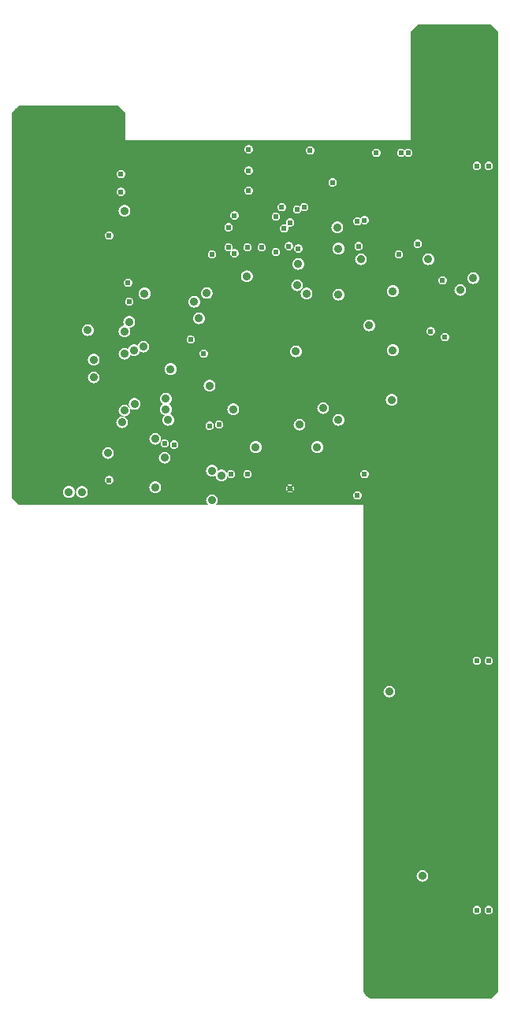
<source format=gbr>
G04 start of page 5 for group 3 idx 3 *
G04 Title: fet12logic, bottom *
G04 Creator: pcb 20140316 *
G04 CreationDate: Thu 12 Apr 2018 02:45:11 AM GMT UTC *
G04 For: brian *
G04 Format: Gerber/RS-274X *
G04 PCB-Dimensions (mil): 6000.00 5000.00 *
G04 PCB-Coordinate-Origin: lower left *
%MOIN*%
%FSLAX25Y25*%
%LNBOTTOM*%
%ADD79C,0.0335*%
%ADD78C,0.0453*%
%ADD77C,0.2150*%
%ADD76C,0.0118*%
%ADD75C,0.0200*%
%ADD74C,0.0240*%
%ADD73C,0.0360*%
%ADD72C,0.0492*%
%ADD71C,0.0610*%
%ADD70C,0.2350*%
%ADD69C,0.0001*%
G54D69*G36*
X246996Y254550D02*X247042Y254539D01*
X247026Y254529D01*
X246996Y254503D01*
Y254550D01*
G37*
G36*
X383997Y420000D02*X385000D01*
X388000Y417000D01*
Y10500D01*
X385000Y7500D01*
X383997D01*
Y43194D01*
X384000Y43193D01*
X384283Y43216D01*
X384558Y43282D01*
X384820Y43390D01*
X385062Y43538D01*
X385277Y43723D01*
X385462Y43938D01*
X385610Y44180D01*
X385718Y44442D01*
X385784Y44717D01*
X385801Y45000D01*
X385784Y45283D01*
X385718Y45558D01*
X385610Y45820D01*
X385462Y46062D01*
X385277Y46277D01*
X385062Y46462D01*
X384820Y46610D01*
X384558Y46718D01*
X384283Y46784D01*
X384000Y46807D01*
X383997Y46806D01*
Y148694D01*
X384000Y148693D01*
X384283Y148716D01*
X384558Y148782D01*
X384820Y148890D01*
X385062Y149038D01*
X385277Y149223D01*
X385462Y149438D01*
X385610Y149680D01*
X385718Y149942D01*
X385784Y150217D01*
X385801Y150500D01*
X385784Y150783D01*
X385718Y151058D01*
X385610Y151320D01*
X385462Y151562D01*
X385277Y151777D01*
X385062Y151962D01*
X384820Y152110D01*
X384558Y152218D01*
X384283Y152284D01*
X384000Y152307D01*
X383997Y152306D01*
Y358194D01*
X384000Y358193D01*
X384283Y358216D01*
X384558Y358282D01*
X384820Y358390D01*
X385062Y358538D01*
X385277Y358723D01*
X385462Y358938D01*
X385610Y359180D01*
X385718Y359442D01*
X385784Y359717D01*
X385801Y360000D01*
X385784Y360283D01*
X385718Y360558D01*
X385610Y360820D01*
X385462Y361062D01*
X385277Y361277D01*
X385062Y361462D01*
X384820Y361610D01*
X384558Y361718D01*
X384283Y361784D01*
X384000Y361807D01*
X383997Y361806D01*
Y420000D01*
G37*
G36*
X377496D02*X383997D01*
Y361806D01*
X383717Y361784D01*
X383442Y361718D01*
X383180Y361610D01*
X382938Y361462D01*
X382723Y361277D01*
X382538Y361062D01*
X382390Y360820D01*
X382282Y360558D01*
X382216Y360283D01*
X382193Y360000D01*
X382216Y359717D01*
X382282Y359442D01*
X382390Y359180D01*
X382538Y358938D01*
X382723Y358723D01*
X382938Y358538D01*
X383180Y358390D01*
X383442Y358282D01*
X383717Y358216D01*
X383997Y358194D01*
Y152306D01*
X383717Y152284D01*
X383442Y152218D01*
X383180Y152110D01*
X382938Y151962D01*
X382723Y151777D01*
X382538Y151562D01*
X382390Y151320D01*
X382282Y151058D01*
X382216Y150783D01*
X382193Y150500D01*
X382216Y150217D01*
X382282Y149942D01*
X382390Y149680D01*
X382538Y149438D01*
X382723Y149223D01*
X382938Y149038D01*
X383180Y148890D01*
X383442Y148782D01*
X383717Y148716D01*
X383997Y148694D01*
Y46806D01*
X383717Y46784D01*
X383442Y46718D01*
X383180Y46610D01*
X382938Y46462D01*
X382723Y46277D01*
X382538Y46062D01*
X382390Y45820D01*
X382282Y45558D01*
X382216Y45283D01*
X382193Y45000D01*
X382216Y44717D01*
X382282Y44442D01*
X382390Y44180D01*
X382538Y43938D01*
X382723Y43723D01*
X382938Y43538D01*
X383180Y43390D01*
X383442Y43282D01*
X383717Y43216D01*
X383997Y43194D01*
Y7500D01*
X377496D01*
Y44007D01*
X377538Y43938D01*
X377723Y43723D01*
X377938Y43538D01*
X378180Y43390D01*
X378442Y43282D01*
X378717Y43216D01*
X379000Y43193D01*
X379283Y43216D01*
X379558Y43282D01*
X379820Y43390D01*
X380062Y43538D01*
X380277Y43723D01*
X380462Y43938D01*
X380610Y44180D01*
X380718Y44442D01*
X380784Y44717D01*
X380801Y45000D01*
X380784Y45283D01*
X380718Y45558D01*
X380610Y45820D01*
X380462Y46062D01*
X380277Y46277D01*
X380062Y46462D01*
X379820Y46610D01*
X379558Y46718D01*
X379283Y46784D01*
X379000Y46807D01*
X378717Y46784D01*
X378442Y46718D01*
X378180Y46610D01*
X377938Y46462D01*
X377723Y46277D01*
X377538Y46062D01*
X377496Y45993D01*
Y149507D01*
X377538Y149438D01*
X377723Y149223D01*
X377938Y149038D01*
X378180Y148890D01*
X378442Y148782D01*
X378717Y148716D01*
X379000Y148693D01*
X379283Y148716D01*
X379558Y148782D01*
X379820Y148890D01*
X380062Y149038D01*
X380277Y149223D01*
X380462Y149438D01*
X380610Y149680D01*
X380718Y149942D01*
X380784Y150217D01*
X380801Y150500D01*
X380784Y150783D01*
X380718Y151058D01*
X380610Y151320D01*
X380462Y151562D01*
X380277Y151777D01*
X380062Y151962D01*
X379820Y152110D01*
X379558Y152218D01*
X379283Y152284D01*
X379000Y152307D01*
X378717Y152284D01*
X378442Y152218D01*
X378180Y152110D01*
X377938Y151962D01*
X377723Y151777D01*
X377538Y151562D01*
X377496Y151493D01*
Y309993D01*
X377500Y309992D01*
X377892Y310023D01*
X378275Y310115D01*
X378638Y310266D01*
X378974Y310471D01*
X379273Y310727D01*
X379529Y311026D01*
X379734Y311362D01*
X379885Y311725D01*
X379977Y312108D01*
X380000Y312500D01*
X379977Y312892D01*
X379885Y313275D01*
X379734Y313638D01*
X379529Y313974D01*
X379273Y314273D01*
X378974Y314529D01*
X378638Y314734D01*
X378275Y314885D01*
X377892Y314977D01*
X377500Y315008D01*
X377496Y315007D01*
Y359007D01*
X377538Y358938D01*
X377723Y358723D01*
X377938Y358538D01*
X378180Y358390D01*
X378442Y358282D01*
X378717Y358216D01*
X379000Y358193D01*
X379283Y358216D01*
X379558Y358282D01*
X379820Y358390D01*
X380062Y358538D01*
X380277Y358723D01*
X380462Y358938D01*
X380610Y359180D01*
X380718Y359442D01*
X380784Y359717D01*
X380801Y360000D01*
X380784Y360283D01*
X380718Y360558D01*
X380610Y360820D01*
X380462Y361062D01*
X380277Y361277D01*
X380062Y361462D01*
X379820Y361610D01*
X379558Y361718D01*
X379283Y361784D01*
X379000Y361807D01*
X378717Y361784D01*
X378442Y361718D01*
X378180Y361610D01*
X377938Y361462D01*
X377723Y361277D01*
X377538Y361062D01*
X377496Y360993D01*
Y420000D01*
G37*
G36*
X371996D02*X377496D01*
Y360993D01*
X377390Y360820D01*
X377282Y360558D01*
X377216Y360283D01*
X377193Y360000D01*
X377216Y359717D01*
X377282Y359442D01*
X377390Y359180D01*
X377496Y359007D01*
Y315007D01*
X377108Y314977D01*
X376725Y314885D01*
X376362Y314734D01*
X376026Y314529D01*
X375727Y314273D01*
X375471Y313974D01*
X375266Y313638D01*
X375115Y313275D01*
X375023Y312892D01*
X374992Y312500D01*
X375023Y312108D01*
X375115Y311725D01*
X375266Y311362D01*
X375471Y311026D01*
X375727Y310727D01*
X376026Y310471D01*
X376362Y310266D01*
X376725Y310115D01*
X377108Y310023D01*
X377496Y309993D01*
Y151493D01*
X377390Y151320D01*
X377282Y151058D01*
X377216Y150783D01*
X377193Y150500D01*
X377216Y150217D01*
X377282Y149942D01*
X377390Y149680D01*
X377496Y149507D01*
Y45993D01*
X377390Y45820D01*
X377282Y45558D01*
X377216Y45283D01*
X377193Y45000D01*
X377216Y44717D01*
X377282Y44442D01*
X377390Y44180D01*
X377496Y44007D01*
Y7500D01*
X371996D01*
Y304993D01*
X372000Y304992D01*
X372392Y305023D01*
X372775Y305115D01*
X373138Y305266D01*
X373474Y305471D01*
X373773Y305727D01*
X374029Y306026D01*
X374234Y306362D01*
X374385Y306725D01*
X374477Y307108D01*
X374500Y307500D01*
X374477Y307892D01*
X374385Y308275D01*
X374234Y308638D01*
X374029Y308974D01*
X373773Y309273D01*
X373474Y309529D01*
X373138Y309734D01*
X372775Y309885D01*
X372392Y309977D01*
X372000Y310008D01*
X371996Y310007D01*
Y420000D01*
G37*
G36*
X365497D02*X371996D01*
Y310007D01*
X371608Y309977D01*
X371225Y309885D01*
X370862Y309734D01*
X370526Y309529D01*
X370227Y309273D01*
X369971Y308974D01*
X369766Y308638D01*
X369615Y308275D01*
X369523Y307892D01*
X369492Y307500D01*
X369523Y307108D01*
X369615Y306725D01*
X369766Y306362D01*
X369971Y306026D01*
X370227Y305727D01*
X370526Y305471D01*
X370862Y305266D01*
X371225Y305115D01*
X371608Y305023D01*
X371996Y304993D01*
Y7500D01*
X365497D01*
Y285694D01*
X365500Y285693D01*
X365783Y285716D01*
X366058Y285782D01*
X366320Y285890D01*
X366562Y286038D01*
X366777Y286223D01*
X366962Y286438D01*
X367110Y286680D01*
X367218Y286942D01*
X367284Y287217D01*
X367301Y287500D01*
X367284Y287783D01*
X367218Y288058D01*
X367110Y288320D01*
X366962Y288562D01*
X366777Y288777D01*
X366562Y288962D01*
X366320Y289110D01*
X366058Y289218D01*
X365783Y289284D01*
X365500Y289307D01*
X365497Y289306D01*
Y309999D01*
X365562Y310038D01*
X365777Y310223D01*
X365962Y310438D01*
X366110Y310680D01*
X366218Y310942D01*
X366284Y311217D01*
X366301Y311500D01*
X366284Y311783D01*
X366218Y312058D01*
X366110Y312320D01*
X365962Y312562D01*
X365777Y312777D01*
X365562Y312962D01*
X365497Y313001D01*
Y420000D01*
G37*
G36*
X359497D02*X365497D01*
Y313001D01*
X365320Y313110D01*
X365058Y313218D01*
X364783Y313284D01*
X364500Y313307D01*
X364217Y313284D01*
X363942Y313218D01*
X363680Y313110D01*
X363438Y312962D01*
X363223Y312777D01*
X363038Y312562D01*
X362890Y312320D01*
X362782Y312058D01*
X362716Y311783D01*
X362693Y311500D01*
X362716Y311217D01*
X362782Y310942D01*
X362890Y310680D01*
X363038Y310438D01*
X363223Y310223D01*
X363438Y310038D01*
X363680Y309890D01*
X363942Y309782D01*
X364217Y309716D01*
X364500Y309693D01*
X364783Y309716D01*
X365058Y309782D01*
X365320Y309890D01*
X365497Y309999D01*
Y289306D01*
X365217Y289284D01*
X364942Y289218D01*
X364680Y289110D01*
X364438Y288962D01*
X364223Y288777D01*
X364038Y288562D01*
X363890Y288320D01*
X363782Y288058D01*
X363716Y287783D01*
X363693Y287500D01*
X363716Y287217D01*
X363782Y286942D01*
X363890Y286680D01*
X364038Y286438D01*
X364223Y286223D01*
X364438Y286038D01*
X364680Y285890D01*
X364942Y285782D01*
X365217Y285716D01*
X365497Y285694D01*
Y7500D01*
X359497D01*
Y288194D01*
X359500Y288193D01*
X359783Y288216D01*
X360058Y288282D01*
X360320Y288390D01*
X360562Y288538D01*
X360777Y288723D01*
X360962Y288938D01*
X361110Y289180D01*
X361218Y289442D01*
X361284Y289717D01*
X361301Y290000D01*
X361284Y290283D01*
X361218Y290558D01*
X361110Y290820D01*
X360962Y291062D01*
X360777Y291277D01*
X360562Y291462D01*
X360320Y291610D01*
X360058Y291718D01*
X359783Y291784D01*
X359500Y291807D01*
X359497Y291806D01*
Y318207D01*
X359638Y318266D01*
X359974Y318471D01*
X360273Y318727D01*
X360529Y319026D01*
X360734Y319362D01*
X360885Y319725D01*
X360977Y320108D01*
X361000Y320500D01*
X360977Y320892D01*
X360885Y321275D01*
X360734Y321638D01*
X360529Y321974D01*
X360273Y322273D01*
X359974Y322529D01*
X359638Y322734D01*
X359497Y322793D01*
Y420000D01*
G37*
G36*
X353997Y419997D02*X354000Y420000D01*
X359497D01*
Y322793D01*
X359275Y322885D01*
X358892Y322977D01*
X358500Y323008D01*
X358108Y322977D01*
X357725Y322885D01*
X357362Y322734D01*
X357026Y322529D01*
X356727Y322273D01*
X356471Y321974D01*
X356266Y321638D01*
X356115Y321275D01*
X356023Y320892D01*
X355992Y320500D01*
X356023Y320108D01*
X356115Y319725D01*
X356266Y319362D01*
X356471Y319026D01*
X356727Y318727D01*
X357026Y318471D01*
X357362Y318266D01*
X357725Y318115D01*
X358108Y318023D01*
X358500Y317992D01*
X358892Y318023D01*
X359275Y318115D01*
X359497Y318207D01*
Y291806D01*
X359217Y291784D01*
X358942Y291718D01*
X358680Y291610D01*
X358438Y291462D01*
X358223Y291277D01*
X358038Y291062D01*
X357890Y290820D01*
X357782Y290558D01*
X357716Y290283D01*
X357693Y290000D01*
X357716Y289717D01*
X357782Y289442D01*
X357890Y289180D01*
X358038Y288938D01*
X358223Y288723D01*
X358438Y288538D01*
X358680Y288390D01*
X358942Y288282D01*
X359217Y288216D01*
X359497Y288194D01*
Y7500D01*
X353997D01*
Y57996D01*
X354227Y57727D01*
X354526Y57471D01*
X354862Y57266D01*
X355225Y57115D01*
X355608Y57023D01*
X356000Y56992D01*
X356392Y57023D01*
X356775Y57115D01*
X357138Y57266D01*
X357474Y57471D01*
X357773Y57727D01*
X358029Y58026D01*
X358234Y58362D01*
X358385Y58725D01*
X358477Y59108D01*
X358500Y59500D01*
X358477Y59892D01*
X358385Y60275D01*
X358234Y60638D01*
X358029Y60974D01*
X357773Y61273D01*
X357474Y61529D01*
X357138Y61734D01*
X356775Y61885D01*
X356392Y61977D01*
X356000Y62008D01*
X355608Y61977D01*
X355225Y61885D01*
X354862Y61734D01*
X354526Y61529D01*
X354227Y61273D01*
X353997Y61004D01*
Y325194D01*
X354000Y325193D01*
X354283Y325216D01*
X354558Y325282D01*
X354820Y325390D01*
X355062Y325538D01*
X355277Y325723D01*
X355462Y325938D01*
X355610Y326180D01*
X355718Y326442D01*
X355784Y326717D01*
X355801Y327000D01*
X355784Y327283D01*
X355718Y327558D01*
X355610Y327820D01*
X355462Y328062D01*
X355277Y328277D01*
X355062Y328462D01*
X354820Y328610D01*
X354558Y328718D01*
X354283Y328784D01*
X354000Y328807D01*
X353997Y328806D01*
Y419997D01*
G37*
G36*
X345997Y371000D02*X351000D01*
Y417000D01*
X353997Y419997D01*
Y328806D01*
X353717Y328784D01*
X353442Y328718D01*
X353180Y328610D01*
X352938Y328462D01*
X352723Y328277D01*
X352538Y328062D01*
X352390Y327820D01*
X352282Y327558D01*
X352216Y327283D01*
X352193Y327000D01*
X352216Y326717D01*
X352282Y326442D01*
X352390Y326180D01*
X352538Y325938D01*
X352723Y325723D01*
X352938Y325538D01*
X353180Y325390D01*
X353442Y325282D01*
X353717Y325216D01*
X353997Y325194D01*
Y61004D01*
X353971Y60974D01*
X353766Y60638D01*
X353615Y60275D01*
X353523Y59892D01*
X353492Y59500D01*
X353523Y59108D01*
X353615Y58725D01*
X353766Y58362D01*
X353971Y58026D01*
X353997Y57996D01*
Y7500D01*
X345997D01*
Y281953D01*
X346000Y282000D01*
X345997Y282047D01*
Y306953D01*
X346000Y307000D01*
X345997Y307047D01*
Y320694D01*
X346000Y320693D01*
X346283Y320716D01*
X346558Y320782D01*
X346820Y320890D01*
X347062Y321038D01*
X347277Y321223D01*
X347462Y321438D01*
X347610Y321680D01*
X347718Y321942D01*
X347784Y322217D01*
X347801Y322500D01*
X347784Y322783D01*
X347718Y323058D01*
X347610Y323320D01*
X347462Y323562D01*
X347277Y323777D01*
X347062Y323962D01*
X346820Y324110D01*
X346558Y324218D01*
X346283Y324284D01*
X346000Y324307D01*
X345997Y324306D01*
Y364002D01*
X346180Y363890D01*
X346442Y363782D01*
X346717Y363716D01*
X347000Y363693D01*
X347283Y363716D01*
X347558Y363782D01*
X347820Y363890D01*
X348062Y364038D01*
X348277Y364223D01*
X348462Y364438D01*
X348500Y364501D01*
X348538Y364438D01*
X348723Y364223D01*
X348938Y364038D01*
X349180Y363890D01*
X349442Y363782D01*
X349717Y363716D01*
X350000Y363693D01*
X350283Y363716D01*
X350558Y363782D01*
X350820Y363890D01*
X351062Y364038D01*
X351277Y364223D01*
X351462Y364438D01*
X351610Y364680D01*
X351718Y364942D01*
X351784Y365217D01*
X351801Y365500D01*
X351784Y365783D01*
X351718Y366058D01*
X351610Y366320D01*
X351462Y366562D01*
X351277Y366777D01*
X351062Y366962D01*
X350820Y367110D01*
X350558Y367218D01*
X350283Y367284D01*
X350000Y367307D01*
X349717Y367284D01*
X349442Y367218D01*
X349180Y367110D01*
X348938Y366962D01*
X348723Y366777D01*
X348538Y366562D01*
X348500Y366499D01*
X348462Y366562D01*
X348277Y366777D01*
X348062Y366962D01*
X347820Y367110D01*
X347558Y367218D01*
X347283Y367284D01*
X347000Y367307D01*
X346717Y367284D01*
X346442Y367218D01*
X346180Y367110D01*
X345997Y366998D01*
Y371000D01*
G37*
G36*
Y282047D02*X345977Y282392D01*
X345885Y282775D01*
X345734Y283138D01*
X345529Y283474D01*
X345273Y283773D01*
X344974Y284029D01*
X344638Y284234D01*
X344275Y284385D01*
X343892Y284477D01*
X343500Y284508D01*
X343496Y284507D01*
Y304493D01*
X343500Y304492D01*
X343892Y304523D01*
X344275Y304615D01*
X344638Y304766D01*
X344974Y304971D01*
X345273Y305227D01*
X345529Y305526D01*
X345734Y305862D01*
X345885Y306225D01*
X345977Y306608D01*
X345997Y306953D01*
Y282047D01*
G37*
G36*
Y7500D02*X343496D01*
Y135490D01*
X343773Y135727D01*
X344029Y136026D01*
X344234Y136362D01*
X344385Y136725D01*
X344477Y137108D01*
X344500Y137500D01*
X344477Y137892D01*
X344385Y138275D01*
X344234Y138638D01*
X344029Y138974D01*
X343773Y139273D01*
X343496Y139510D01*
Y258548D01*
X343775Y258615D01*
X344138Y258766D01*
X344474Y258971D01*
X344773Y259227D01*
X345029Y259526D01*
X345234Y259862D01*
X345385Y260225D01*
X345477Y260608D01*
X345500Y261000D01*
X345477Y261392D01*
X345385Y261775D01*
X345234Y262138D01*
X345029Y262474D01*
X344773Y262773D01*
X344474Y263029D01*
X344138Y263234D01*
X343775Y263385D01*
X343496Y263452D01*
Y279493D01*
X343500Y279492D01*
X343892Y279523D01*
X344275Y279615D01*
X344638Y279766D01*
X344974Y279971D01*
X345273Y280227D01*
X345529Y280526D01*
X345734Y280862D01*
X345885Y281225D01*
X345977Y281608D01*
X345997Y281953D01*
Y7500D01*
G37*
G36*
X343496Y371000D02*X345997D01*
Y366998D01*
X345938Y366962D01*
X345723Y366777D01*
X345538Y366562D01*
X345390Y366320D01*
X345282Y366058D01*
X345216Y365783D01*
X345193Y365500D01*
X345216Y365217D01*
X345282Y364942D01*
X345390Y364680D01*
X345538Y364438D01*
X345723Y364223D01*
X345938Y364038D01*
X345997Y364002D01*
Y324306D01*
X345717Y324284D01*
X345442Y324218D01*
X345180Y324110D01*
X344938Y323962D01*
X344723Y323777D01*
X344538Y323562D01*
X344390Y323320D01*
X344282Y323058D01*
X344216Y322783D01*
X344193Y322500D01*
X344216Y322217D01*
X344282Y321942D01*
X344390Y321680D01*
X344538Y321438D01*
X344723Y321223D01*
X344938Y321038D01*
X345180Y320890D01*
X345442Y320782D01*
X345717Y320716D01*
X345997Y320694D01*
Y307047D01*
X345977Y307392D01*
X345885Y307775D01*
X345734Y308138D01*
X345529Y308474D01*
X345273Y308773D01*
X344974Y309029D01*
X344638Y309234D01*
X344275Y309385D01*
X343892Y309477D01*
X343500Y309508D01*
X343496Y309507D01*
Y371000D01*
G37*
G36*
X336497D02*X343496D01*
Y309507D01*
X343108Y309477D01*
X342725Y309385D01*
X342362Y309234D01*
X342026Y309029D01*
X341727Y308773D01*
X341471Y308474D01*
X341266Y308138D01*
X341115Y307775D01*
X341023Y307392D01*
X340992Y307000D01*
X341023Y306608D01*
X341115Y306225D01*
X341266Y305862D01*
X341471Y305526D01*
X341727Y305227D01*
X342026Y304971D01*
X342362Y304766D01*
X342725Y304615D01*
X343108Y304523D01*
X343496Y304493D01*
Y284507D01*
X343108Y284477D01*
X342725Y284385D01*
X342362Y284234D01*
X342026Y284029D01*
X341727Y283773D01*
X341471Y283474D01*
X341266Y283138D01*
X341115Y282775D01*
X341023Y282392D01*
X340992Y282000D01*
X341023Y281608D01*
X341115Y281225D01*
X341266Y280862D01*
X341471Y280526D01*
X341727Y280227D01*
X342026Y279971D01*
X342362Y279766D01*
X342725Y279615D01*
X343108Y279523D01*
X343496Y279493D01*
Y263452D01*
X343392Y263477D01*
X343000Y263508D01*
X342608Y263477D01*
X342225Y263385D01*
X341862Y263234D01*
X341526Y263029D01*
X341227Y262773D01*
X340971Y262474D01*
X340766Y262138D01*
X340615Y261775D01*
X340523Y261392D01*
X340492Y261000D01*
X340523Y260608D01*
X340615Y260225D01*
X340766Y259862D01*
X340971Y259526D01*
X341227Y259227D01*
X341526Y258971D01*
X341862Y258766D01*
X342225Y258615D01*
X342608Y258523D01*
X343000Y258492D01*
X343392Y258523D01*
X343496Y258548D01*
Y139510D01*
X343474Y139529D01*
X343138Y139734D01*
X342775Y139885D01*
X342392Y139977D01*
X342000Y140008D01*
X341608Y139977D01*
X341225Y139885D01*
X340862Y139734D01*
X340526Y139529D01*
X340227Y139273D01*
X339971Y138974D01*
X339766Y138638D01*
X339615Y138275D01*
X339523Y137892D01*
X339492Y137500D01*
X339523Y137108D01*
X339615Y136725D01*
X339766Y136362D01*
X339971Y136026D01*
X340227Y135727D01*
X340526Y135471D01*
X340862Y135266D01*
X341225Y135115D01*
X341608Y135023D01*
X342000Y134992D01*
X342392Y135023D01*
X342775Y135115D01*
X343138Y135266D01*
X343474Y135471D01*
X343496Y135490D01*
Y7500D01*
X336497D01*
Y363694D01*
X336500Y363693D01*
X336783Y363716D01*
X337058Y363782D01*
X337320Y363890D01*
X337562Y364038D01*
X337777Y364223D01*
X337962Y364438D01*
X338110Y364680D01*
X338218Y364942D01*
X338284Y365217D01*
X338301Y365500D01*
X338284Y365783D01*
X338218Y366058D01*
X338110Y366320D01*
X337962Y366562D01*
X337777Y366777D01*
X337562Y366962D01*
X337320Y367110D01*
X337058Y367218D01*
X336783Y367284D01*
X336500Y367307D01*
X336497Y367306D01*
Y371000D01*
G37*
G36*
X333496D02*X336497D01*
Y367306D01*
X336217Y367284D01*
X335942Y367218D01*
X335680Y367110D01*
X335438Y366962D01*
X335223Y366777D01*
X335038Y366562D01*
X334890Y366320D01*
X334782Y366058D01*
X334716Y365783D01*
X334693Y365500D01*
X334716Y365217D01*
X334782Y364942D01*
X334890Y364680D01*
X335038Y364438D01*
X335223Y364223D01*
X335438Y364038D01*
X335680Y363890D01*
X335942Y363782D01*
X336217Y363716D01*
X336497Y363694D01*
Y7500D01*
X334000D01*
X333496Y8004D01*
Y289993D01*
X333500Y289992D01*
X333892Y290023D01*
X334275Y290115D01*
X334638Y290266D01*
X334974Y290471D01*
X335273Y290727D01*
X335529Y291026D01*
X335734Y291362D01*
X335885Y291725D01*
X335977Y292108D01*
X336000Y292500D01*
X335977Y292892D01*
X335885Y293275D01*
X335734Y293638D01*
X335529Y293974D01*
X335273Y294273D01*
X334974Y294529D01*
X334638Y294734D01*
X334275Y294885D01*
X333892Y294977D01*
X333500Y295008D01*
X333496Y295007D01*
Y371000D01*
G37*
G36*
X331497Y290996D02*X331727Y290727D01*
X332026Y290471D01*
X332362Y290266D01*
X332725Y290115D01*
X333108Y290023D01*
X333496Y289993D01*
Y8004D01*
X331497Y10003D01*
Y227694D01*
X331500Y227693D01*
X331783Y227716D01*
X332058Y227782D01*
X332320Y227890D01*
X332562Y228038D01*
X332777Y228223D01*
X332962Y228438D01*
X333110Y228680D01*
X333218Y228942D01*
X333284Y229217D01*
X333301Y229500D01*
X333284Y229783D01*
X333218Y230058D01*
X333110Y230320D01*
X332962Y230562D01*
X332777Y230777D01*
X332562Y230962D01*
X332320Y231110D01*
X332058Y231218D01*
X331783Y231284D01*
X331500Y231307D01*
X331497Y231306D01*
Y290996D01*
G37*
G36*
Y371000D02*X333496D01*
Y295007D01*
X333108Y294977D01*
X332725Y294885D01*
X332362Y294734D01*
X332026Y294529D01*
X331727Y294273D01*
X331497Y294004D01*
Y318491D01*
X331773Y318727D01*
X332029Y319026D01*
X332234Y319362D01*
X332385Y319725D01*
X332477Y320108D01*
X332500Y320500D01*
X332477Y320892D01*
X332385Y321275D01*
X332234Y321638D01*
X332029Y321974D01*
X331773Y322273D01*
X331497Y322509D01*
Y335194D01*
X331500Y335193D01*
X331783Y335216D01*
X332058Y335282D01*
X332320Y335390D01*
X332562Y335538D01*
X332777Y335723D01*
X332962Y335938D01*
X333110Y336180D01*
X333218Y336442D01*
X333284Y336717D01*
X333301Y337000D01*
X333284Y337283D01*
X333218Y337558D01*
X333110Y337820D01*
X332962Y338062D01*
X332777Y338277D01*
X332562Y338462D01*
X332320Y338610D01*
X332058Y338718D01*
X331783Y338784D01*
X331500Y338807D01*
X331497Y338806D01*
Y371000D01*
G37*
G36*
Y322509D02*X331474Y322529D01*
X331138Y322734D01*
X330775Y322885D01*
X330392Y322977D01*
X330000Y323008D01*
X329608Y322977D01*
X329225Y322885D01*
X328997Y322791D01*
Y324194D01*
X329000Y324193D01*
X329283Y324216D01*
X329558Y324282D01*
X329820Y324390D01*
X330062Y324538D01*
X330277Y324723D01*
X330462Y324938D01*
X330610Y325180D01*
X330718Y325442D01*
X330784Y325717D01*
X330801Y326000D01*
X330784Y326283D01*
X330718Y326558D01*
X330610Y326820D01*
X330462Y327062D01*
X330277Y327277D01*
X330062Y327462D01*
X329820Y327610D01*
X329558Y327718D01*
X329283Y327784D01*
X329000Y327807D01*
X328997Y327806D01*
Y334767D01*
X329058Y334782D01*
X329320Y334890D01*
X329562Y335038D01*
X329777Y335223D01*
X329962Y335438D01*
X330110Y335680D01*
X330158Y335798D01*
X330223Y335723D01*
X330438Y335538D01*
X330680Y335390D01*
X330942Y335282D01*
X331217Y335216D01*
X331497Y335194D01*
Y322509D01*
G37*
G36*
Y294004D02*X331471Y293974D01*
X331266Y293638D01*
X331115Y293275D01*
X331023Y292892D01*
X330992Y292500D01*
X331023Y292108D01*
X331115Y291725D01*
X331266Y291362D01*
X331471Y291026D01*
X331497Y290996D01*
Y231306D01*
X331217Y231284D01*
X330942Y231218D01*
X330680Y231110D01*
X330438Y230962D01*
X330223Y230777D01*
X330038Y230562D01*
X329890Y230320D01*
X329782Y230058D01*
X329716Y229783D01*
X329693Y229500D01*
X329716Y229217D01*
X329782Y228942D01*
X329890Y228680D01*
X330038Y228438D01*
X330223Y228223D01*
X330438Y228038D01*
X330680Y227890D01*
X330942Y227782D01*
X331217Y227716D01*
X331497Y227694D01*
Y10003D01*
X331000Y10500D01*
Y216500D01*
X328997D01*
Y218767D01*
X329058Y218782D01*
X329320Y218890D01*
X329562Y219038D01*
X329777Y219223D01*
X329962Y219438D01*
X330110Y219680D01*
X330218Y219942D01*
X330284Y220217D01*
X330301Y220500D01*
X330284Y220783D01*
X330218Y221058D01*
X330110Y221320D01*
X329962Y221562D01*
X329777Y221777D01*
X329562Y221962D01*
X329320Y222110D01*
X329058Y222218D01*
X328997Y222233D01*
Y318209D01*
X329225Y318115D01*
X329608Y318023D01*
X330000Y317992D01*
X330392Y318023D01*
X330775Y318115D01*
X331138Y318266D01*
X331474Y318471D01*
X331497Y318491D01*
Y294004D01*
G37*
G36*
X328997Y371000D02*X331497D01*
Y338806D01*
X331217Y338784D01*
X330942Y338718D01*
X330680Y338610D01*
X330438Y338462D01*
X330223Y338277D01*
X330038Y338062D01*
X329890Y337820D01*
X329842Y337702D01*
X329777Y337777D01*
X329562Y337962D01*
X329320Y338110D01*
X329058Y338218D01*
X328997Y338233D01*
Y371000D01*
G37*
G36*
X320496D02*X328997D01*
Y338233D01*
X328783Y338284D01*
X328500Y338307D01*
X328217Y338284D01*
X327942Y338218D01*
X327680Y338110D01*
X327438Y337962D01*
X327223Y337777D01*
X327038Y337562D01*
X326890Y337320D01*
X326782Y337058D01*
X326716Y336783D01*
X326693Y336500D01*
X326716Y336217D01*
X326782Y335942D01*
X326890Y335680D01*
X327038Y335438D01*
X327223Y335223D01*
X327438Y335038D01*
X327680Y334890D01*
X327942Y334782D01*
X328217Y334716D01*
X328500Y334693D01*
X328783Y334716D01*
X328997Y334767D01*
Y327806D01*
X328717Y327784D01*
X328442Y327718D01*
X328180Y327610D01*
X327938Y327462D01*
X327723Y327277D01*
X327538Y327062D01*
X327390Y326820D01*
X327282Y326558D01*
X327216Y326283D01*
X327193Y326000D01*
X327216Y325717D01*
X327282Y325442D01*
X327390Y325180D01*
X327538Y324938D01*
X327723Y324723D01*
X327938Y324538D01*
X328180Y324390D01*
X328442Y324282D01*
X328717Y324216D01*
X328997Y324194D01*
Y322791D01*
X328862Y322734D01*
X328526Y322529D01*
X328227Y322273D01*
X327971Y321974D01*
X327766Y321638D01*
X327615Y321275D01*
X327523Y320892D01*
X327492Y320500D01*
X327523Y320108D01*
X327615Y319725D01*
X327766Y319362D01*
X327971Y319026D01*
X328227Y318727D01*
X328526Y318471D01*
X328862Y318266D01*
X328997Y318209D01*
Y222233D01*
X328783Y222284D01*
X328500Y222307D01*
X328217Y222284D01*
X327942Y222218D01*
X327680Y222110D01*
X327438Y221962D01*
X327223Y221777D01*
X327038Y221562D01*
X326890Y221320D01*
X326782Y221058D01*
X326716Y220783D01*
X326693Y220500D01*
X326716Y220217D01*
X326782Y219942D01*
X326890Y219680D01*
X327038Y219438D01*
X327223Y219223D01*
X327438Y219038D01*
X327680Y218890D01*
X327942Y218782D01*
X328217Y218716D01*
X328500Y218693D01*
X328783Y218716D01*
X328997Y218767D01*
Y216500D01*
X320496D01*
Y249993D01*
X320500Y249992D01*
X320892Y250023D01*
X321275Y250115D01*
X321638Y250266D01*
X321974Y250471D01*
X322273Y250727D01*
X322529Y251026D01*
X322734Y251362D01*
X322885Y251725D01*
X322977Y252108D01*
X323000Y252500D01*
X322977Y252892D01*
X322885Y253275D01*
X322734Y253638D01*
X322529Y253974D01*
X322273Y254273D01*
X321974Y254529D01*
X321638Y254734D01*
X321275Y254885D01*
X320892Y254977D01*
X320500Y255008D01*
X320496Y255007D01*
Y302993D01*
X320500Y302992D01*
X320892Y303023D01*
X321275Y303115D01*
X321638Y303266D01*
X321974Y303471D01*
X322273Y303727D01*
X322529Y304026D01*
X322734Y304362D01*
X322885Y304725D01*
X322977Y305108D01*
X323000Y305500D01*
X322977Y305892D01*
X322885Y306275D01*
X322734Y306638D01*
X322529Y306974D01*
X322273Y307273D01*
X321974Y307529D01*
X321638Y307734D01*
X321275Y307885D01*
X320892Y307977D01*
X320500Y308008D01*
X320496Y308007D01*
Y322493D01*
X320500Y322492D01*
X320892Y322523D01*
X321275Y322615D01*
X321638Y322766D01*
X321974Y322971D01*
X322273Y323227D01*
X322529Y323526D01*
X322734Y323862D01*
X322885Y324225D01*
X322977Y324608D01*
X323000Y325000D01*
X322977Y325392D01*
X322885Y325775D01*
X322734Y326138D01*
X322529Y326474D01*
X322273Y326773D01*
X321974Y327029D01*
X321638Y327234D01*
X321275Y327385D01*
X320892Y327477D01*
X320500Y327508D01*
X320496Y327507D01*
Y331548D01*
X320775Y331615D01*
X321138Y331766D01*
X321474Y331971D01*
X321773Y332227D01*
X322029Y332526D01*
X322234Y332862D01*
X322385Y333225D01*
X322477Y333608D01*
X322500Y334000D01*
X322477Y334392D01*
X322385Y334775D01*
X322234Y335138D01*
X322029Y335474D01*
X321773Y335773D01*
X321474Y336029D01*
X321138Y336234D01*
X320775Y336385D01*
X320496Y336452D01*
Y371000D01*
G37*
G36*
X317997Y252437D02*X318023Y252108D01*
X318115Y251725D01*
X318266Y251362D01*
X318471Y251026D01*
X318727Y250727D01*
X319026Y250471D01*
X319362Y250266D01*
X319725Y250115D01*
X320108Y250023D01*
X320496Y249993D01*
Y216500D01*
X317997D01*
Y252437D01*
G37*
G36*
Y305437D02*X318023Y305108D01*
X318115Y304725D01*
X318266Y304362D01*
X318471Y304026D01*
X318727Y303727D01*
X319026Y303471D01*
X319362Y303266D01*
X319725Y303115D01*
X320108Y303023D01*
X320496Y302993D01*
Y255007D01*
X320108Y254977D01*
X319725Y254885D01*
X319362Y254734D01*
X319026Y254529D01*
X318727Y254273D01*
X318471Y253974D01*
X318266Y253638D01*
X318115Y253275D01*
X318023Y252892D01*
X317997Y252563D01*
Y305437D01*
G37*
G36*
Y324937D02*X318023Y324608D01*
X318115Y324225D01*
X318266Y323862D01*
X318471Y323526D01*
X318727Y323227D01*
X319026Y322971D01*
X319362Y322766D01*
X319725Y322615D01*
X320108Y322523D01*
X320496Y322493D01*
Y308007D01*
X320108Y307977D01*
X319725Y307885D01*
X319362Y307734D01*
X319026Y307529D01*
X318727Y307273D01*
X318471Y306974D01*
X318266Y306638D01*
X318115Y306275D01*
X318023Y305892D01*
X317997Y305563D01*
Y324937D01*
G37*
G36*
Y332496D02*X318227Y332227D01*
X318526Y331971D01*
X318862Y331766D01*
X319225Y331615D01*
X319608Y331523D01*
X320000Y331492D01*
X320392Y331523D01*
X320496Y331548D01*
Y327507D01*
X320108Y327477D01*
X319725Y327385D01*
X319362Y327234D01*
X319026Y327029D01*
X318727Y326773D01*
X318471Y326474D01*
X318266Y326138D01*
X318115Y325775D01*
X318023Y325392D01*
X317997Y325063D01*
Y332496D01*
G37*
G36*
Y371000D02*X320496D01*
Y336452D01*
X320392Y336477D01*
X320000Y336508D01*
X319608Y336477D01*
X319225Y336385D01*
X318862Y336234D01*
X318526Y336029D01*
X318227Y335773D01*
X317997Y335504D01*
Y351194D01*
X318000Y351193D01*
X318283Y351216D01*
X318558Y351282D01*
X318820Y351390D01*
X319062Y351538D01*
X319277Y351723D01*
X319462Y351938D01*
X319610Y352180D01*
X319718Y352442D01*
X319784Y352717D01*
X319801Y353000D01*
X319784Y353283D01*
X319718Y353558D01*
X319610Y353820D01*
X319462Y354062D01*
X319277Y354277D01*
X319062Y354462D01*
X318820Y354610D01*
X318558Y354718D01*
X318283Y354784D01*
X318000Y354807D01*
X317997Y354806D01*
Y371000D01*
G37*
G36*
X311496D02*X317997D01*
Y354806D01*
X317717Y354784D01*
X317442Y354718D01*
X317180Y354610D01*
X316938Y354462D01*
X316723Y354277D01*
X316538Y354062D01*
X316390Y353820D01*
X316282Y353558D01*
X316216Y353283D01*
X316193Y353000D01*
X316216Y352717D01*
X316282Y352442D01*
X316390Y352180D01*
X316538Y351938D01*
X316723Y351723D01*
X316938Y351538D01*
X317180Y351390D01*
X317442Y351282D01*
X317717Y351216D01*
X317997Y351194D01*
Y335504D01*
X317971Y335474D01*
X317766Y335138D01*
X317615Y334775D01*
X317523Y334392D01*
X317492Y334000D01*
X317523Y333608D01*
X317615Y333225D01*
X317766Y332862D01*
X317971Y332526D01*
X317997Y332496D01*
Y325063D01*
X317992Y325000D01*
X317997Y324937D01*
Y305563D01*
X317992Y305500D01*
X317997Y305437D01*
Y252563D01*
X317992Y252500D01*
X317997Y252437D01*
Y216500D01*
X311496D01*
Y238493D01*
X311500Y238492D01*
X311892Y238523D01*
X312275Y238615D01*
X312638Y238766D01*
X312974Y238971D01*
X313273Y239227D01*
X313529Y239526D01*
X313734Y239862D01*
X313885Y240225D01*
X313977Y240608D01*
X314000Y241000D01*
X313977Y241392D01*
X313885Y241775D01*
X313734Y242138D01*
X313529Y242474D01*
X313273Y242773D01*
X312974Y243029D01*
X312638Y243234D01*
X312275Y243385D01*
X311892Y243477D01*
X311500Y243508D01*
X311496Y243507D01*
Y257451D01*
X311523Y257108D01*
X311615Y256725D01*
X311766Y256362D01*
X311971Y256026D01*
X312227Y255727D01*
X312526Y255471D01*
X312862Y255266D01*
X313225Y255115D01*
X313608Y255023D01*
X314000Y254992D01*
X314392Y255023D01*
X314775Y255115D01*
X315138Y255266D01*
X315474Y255471D01*
X315773Y255727D01*
X316029Y256026D01*
X316234Y256362D01*
X316385Y256725D01*
X316477Y257108D01*
X316500Y257500D01*
X316477Y257892D01*
X316385Y258275D01*
X316234Y258638D01*
X316029Y258974D01*
X315773Y259273D01*
X315474Y259529D01*
X315138Y259734D01*
X314775Y259885D01*
X314392Y259977D01*
X314000Y260008D01*
X313608Y259977D01*
X313225Y259885D01*
X312862Y259734D01*
X312526Y259529D01*
X312227Y259273D01*
X311971Y258974D01*
X311766Y258638D01*
X311615Y258275D01*
X311523Y257892D01*
X311496Y257549D01*
Y371000D01*
G37*
G36*
X306996D02*X311496D01*
Y257549D01*
X311492Y257500D01*
X311496Y257451D01*
Y243507D01*
X311108Y243477D01*
X310725Y243385D01*
X310362Y243234D01*
X310026Y243029D01*
X309727Y242773D01*
X309471Y242474D01*
X309266Y242138D01*
X309115Y241775D01*
X309023Y241392D01*
X308992Y241000D01*
X309023Y240608D01*
X309115Y240225D01*
X309266Y239862D01*
X309471Y239526D01*
X309727Y239227D01*
X310026Y238971D01*
X310362Y238766D01*
X310725Y238615D01*
X311108Y238523D01*
X311496Y238493D01*
Y216500D01*
X306996D01*
Y303493D01*
X307000Y303492D01*
X307392Y303523D01*
X307775Y303615D01*
X308138Y303766D01*
X308474Y303971D01*
X308773Y304227D01*
X309029Y304526D01*
X309234Y304862D01*
X309385Y305225D01*
X309477Y305608D01*
X309500Y306000D01*
X309477Y306392D01*
X309385Y306775D01*
X309234Y307138D01*
X309029Y307474D01*
X308773Y307773D01*
X308474Y308029D01*
X308138Y308234D01*
X307775Y308385D01*
X307392Y308477D01*
X307000Y308508D01*
X306996Y308507D01*
Y340998D01*
X307062Y341038D01*
X307277Y341223D01*
X307462Y341438D01*
X307610Y341680D01*
X307718Y341942D01*
X307784Y342217D01*
X307801Y342500D01*
X307784Y342783D01*
X307718Y343058D01*
X307610Y343320D01*
X307462Y343562D01*
X307277Y343777D01*
X307062Y343962D01*
X306996Y344002D01*
Y365507D01*
X307038Y365438D01*
X307223Y365223D01*
X307438Y365038D01*
X307680Y364890D01*
X307942Y364782D01*
X308217Y364716D01*
X308500Y364693D01*
X308783Y364716D01*
X309058Y364782D01*
X309320Y364890D01*
X309562Y365038D01*
X309777Y365223D01*
X309962Y365438D01*
X310110Y365680D01*
X310218Y365942D01*
X310284Y366217D01*
X310301Y366500D01*
X310284Y366783D01*
X310218Y367058D01*
X310110Y367320D01*
X309962Y367562D01*
X309777Y367777D01*
X309562Y367962D01*
X309320Y368110D01*
X309058Y368218D01*
X308783Y368284D01*
X308500Y368307D01*
X308217Y368284D01*
X307942Y368218D01*
X307680Y368110D01*
X307438Y367962D01*
X307223Y367777D01*
X307038Y367562D01*
X306996Y367493D01*
Y371000D01*
G37*
G36*
Y216500D02*X303496D01*
Y248050D01*
X303608Y248023D01*
X304000Y247992D01*
X304392Y248023D01*
X304775Y248115D01*
X305138Y248266D01*
X305474Y248471D01*
X305773Y248727D01*
X306029Y249026D01*
X306234Y249362D01*
X306385Y249725D01*
X306477Y250108D01*
X306500Y250500D01*
X306477Y250892D01*
X306385Y251275D01*
X306234Y251638D01*
X306029Y251974D01*
X305773Y252273D01*
X305474Y252529D01*
X305138Y252734D01*
X304775Y252885D01*
X304392Y252977D01*
X304000Y253008D01*
X303608Y252977D01*
X303496Y252950D01*
Y279207D01*
X303638Y279266D01*
X303974Y279471D01*
X304273Y279727D01*
X304529Y280026D01*
X304734Y280362D01*
X304885Y280725D01*
X304977Y281108D01*
X305000Y281500D01*
X304977Y281892D01*
X304885Y282275D01*
X304734Y282638D01*
X304529Y282974D01*
X304273Y283273D01*
X303974Y283529D01*
X303638Y283734D01*
X303496Y283793D01*
Y307048D01*
X303775Y307115D01*
X304138Y307266D01*
X304474Y307471D01*
X304773Y307727D01*
X305029Y308026D01*
X305234Y308362D01*
X305385Y308725D01*
X305477Y309108D01*
X305500Y309500D01*
X305477Y309892D01*
X305385Y310275D01*
X305234Y310638D01*
X305029Y310974D01*
X304773Y311273D01*
X304474Y311529D01*
X304138Y311734D01*
X303775Y311885D01*
X303496Y311952D01*
Y315993D01*
X303500Y315992D01*
X303892Y316023D01*
X304275Y316115D01*
X304638Y316266D01*
X304974Y316471D01*
X305273Y316727D01*
X305529Y317026D01*
X305734Y317362D01*
X305885Y317725D01*
X305977Y318108D01*
X306000Y318500D01*
X305977Y318892D01*
X305885Y319275D01*
X305734Y319638D01*
X305529Y319974D01*
X305273Y320273D01*
X304974Y320529D01*
X304638Y320734D01*
X304275Y320885D01*
X303892Y320977D01*
X303500Y321008D01*
X303496Y321007D01*
Y323194D01*
X303500Y323193D01*
X303783Y323216D01*
X304058Y323282D01*
X304320Y323390D01*
X304562Y323538D01*
X304777Y323723D01*
X304962Y323938D01*
X305110Y324180D01*
X305218Y324442D01*
X305284Y324717D01*
X305301Y325000D01*
X305284Y325283D01*
X305218Y325558D01*
X305110Y325820D01*
X304962Y326062D01*
X304777Y326277D01*
X304562Y326462D01*
X304320Y326610D01*
X304058Y326718D01*
X303783Y326784D01*
X303500Y326807D01*
X303496Y326806D01*
Y339767D01*
X303558Y339782D01*
X303820Y339890D01*
X304062Y340038D01*
X304277Y340223D01*
X304462Y340438D01*
X304610Y340680D01*
X304718Y340942D01*
X304775Y341178D01*
X304938Y341038D01*
X305180Y340890D01*
X305442Y340782D01*
X305717Y340716D01*
X306000Y340693D01*
X306283Y340716D01*
X306558Y340782D01*
X306820Y340890D01*
X306996Y340998D01*
Y308507D01*
X306608Y308477D01*
X306225Y308385D01*
X305862Y308234D01*
X305526Y308029D01*
X305227Y307773D01*
X304971Y307474D01*
X304766Y307138D01*
X304615Y306775D01*
X304523Y306392D01*
X304492Y306000D01*
X304523Y305608D01*
X304615Y305225D01*
X304766Y304862D01*
X304971Y304526D01*
X305227Y304227D01*
X305526Y303971D01*
X305862Y303766D01*
X306225Y303615D01*
X306608Y303523D01*
X306996Y303493D01*
Y216500D01*
G37*
G36*
X303496Y371000D02*X306996D01*
Y367493D01*
X306890Y367320D01*
X306782Y367058D01*
X306716Y366783D01*
X306693Y366500D01*
X306716Y366217D01*
X306782Y365942D01*
X306890Y365680D01*
X306996Y365507D01*
Y344002D01*
X306820Y344110D01*
X306558Y344218D01*
X306283Y344284D01*
X306000Y344307D01*
X305717Y344284D01*
X305442Y344218D01*
X305180Y344110D01*
X304938Y343962D01*
X304723Y343777D01*
X304538Y343562D01*
X304390Y343320D01*
X304282Y343058D01*
X304225Y342822D01*
X304062Y342962D01*
X303820Y343110D01*
X303558Y343218D01*
X303496Y343233D01*
Y371000D01*
G37*
G36*
X301446Y279231D02*X301725Y279115D01*
X302108Y279023D01*
X302500Y278992D01*
X302892Y279023D01*
X303275Y279115D01*
X303496Y279207D01*
Y252950D01*
X303225Y252885D01*
X302862Y252734D01*
X302526Y252529D01*
X302227Y252273D01*
X301971Y251974D01*
X301766Y251638D01*
X301615Y251275D01*
X301523Y250892D01*
X301492Y250500D01*
X301523Y250108D01*
X301615Y249725D01*
X301766Y249362D01*
X301971Y249026D01*
X302227Y248727D01*
X302526Y248471D01*
X302862Y248266D01*
X303225Y248115D01*
X303496Y248050D01*
Y216500D01*
X301446D01*
Y222640D01*
X301463Y222643D01*
X301508Y222658D01*
X301550Y222680D01*
X301588Y222708D01*
X301621Y222742D01*
X301648Y222780D01*
X301669Y222823D01*
X301728Y222986D01*
X301770Y223154D01*
X301795Y223326D01*
X301803Y223500D01*
X301795Y223674D01*
X301770Y223846D01*
X301728Y224014D01*
X301671Y224178D01*
X301650Y224221D01*
X301622Y224259D01*
X301589Y224293D01*
X301551Y224321D01*
X301508Y224343D01*
X301463Y224358D01*
X301446Y224361D01*
Y279231D01*
G37*
G36*
X300001Y281393D02*X300023Y281108D01*
X300115Y280725D01*
X300266Y280362D01*
X300471Y280026D01*
X300727Y279727D01*
X301026Y279471D01*
X301362Y279266D01*
X301446Y279231D01*
Y224361D01*
X301417Y224366D01*
X301369Y224366D01*
X301322Y224359D01*
X301277Y224345D01*
X301235Y224324D01*
X301196Y224296D01*
X301162Y224263D01*
X301134Y224224D01*
X301112Y224182D01*
X301097Y224137D01*
X301090Y224090D01*
X301089Y224043D01*
X301096Y223996D01*
X301111Y223951D01*
X301151Y223843D01*
X301179Y223730D01*
X301195Y223616D01*
X301201Y223500D01*
X301195Y223384D01*
X301179Y223270D01*
X301151Y223157D01*
X301113Y223048D01*
X301098Y223004D01*
X301091Y222957D01*
X301091Y222910D01*
X301099Y222863D01*
X301114Y222818D01*
X301135Y222776D01*
X301163Y222738D01*
X301197Y222705D01*
X301235Y222678D01*
X301278Y222657D01*
X301323Y222642D01*
X301369Y222635D01*
X301416Y222636D01*
X301446Y222640D01*
Y216500D01*
X300001D01*
Y221697D01*
X300174Y221705D01*
X300346Y221730D01*
X300514Y221772D01*
X300678Y221829D01*
X300721Y221850D01*
X300759Y221878D01*
X300793Y221911D01*
X300821Y221949D01*
X300843Y221992D01*
X300858Y222037D01*
X300866Y222083D01*
X300866Y222131D01*
X300859Y222178D01*
X300845Y222223D01*
X300824Y222265D01*
X300796Y222304D01*
X300763Y222338D01*
X300724Y222366D01*
X300682Y222388D01*
X300637Y222403D01*
X300590Y222410D01*
X300543Y222411D01*
X300496Y222404D01*
X300451Y222389D01*
X300343Y222349D01*
X300230Y222321D01*
X300116Y222305D01*
X300001Y222299D01*
Y224701D01*
X300116Y224695D01*
X300230Y224679D01*
X300343Y224651D01*
X300452Y224613D01*
X300496Y224598D01*
X300543Y224591D01*
X300590Y224591D01*
X300637Y224599D01*
X300682Y224614D01*
X300724Y224635D01*
X300762Y224663D01*
X300795Y224697D01*
X300822Y224735D01*
X300843Y224778D01*
X300858Y224823D01*
X300865Y224869D01*
X300864Y224916D01*
X300857Y224963D01*
X300842Y225008D01*
X300820Y225050D01*
X300792Y225088D01*
X300758Y225121D01*
X300720Y225148D01*
X300677Y225169D01*
X300514Y225228D01*
X300346Y225270D01*
X300174Y225295D01*
X300001Y225303D01*
Y281393D01*
G37*
G36*
Y371000D02*X303496D01*
Y343233D01*
X303283Y343284D01*
X303000Y343307D01*
X302717Y343284D01*
X302442Y343218D01*
X302180Y343110D01*
X301938Y342962D01*
X301723Y342777D01*
X301538Y342562D01*
X301390Y342320D01*
X301282Y342058D01*
X301216Y341783D01*
X301193Y341500D01*
X301216Y341217D01*
X301282Y340942D01*
X301390Y340680D01*
X301538Y340438D01*
X301723Y340223D01*
X301938Y340038D01*
X302180Y339890D01*
X302442Y339782D01*
X302717Y339716D01*
X303000Y339693D01*
X303283Y339716D01*
X303496Y339767D01*
Y326806D01*
X303217Y326784D01*
X302942Y326718D01*
X302680Y326610D01*
X302438Y326462D01*
X302223Y326277D01*
X302038Y326062D01*
X301890Y325820D01*
X301782Y325558D01*
X301716Y325283D01*
X301693Y325000D01*
X301716Y324717D01*
X301782Y324442D01*
X301890Y324180D01*
X302038Y323938D01*
X302223Y323723D01*
X302438Y323538D01*
X302680Y323390D01*
X302942Y323282D01*
X303217Y323216D01*
X303496Y323194D01*
Y321007D01*
X303108Y320977D01*
X302725Y320885D01*
X302362Y320734D01*
X302026Y320529D01*
X301727Y320273D01*
X301471Y319974D01*
X301266Y319638D01*
X301115Y319275D01*
X301023Y318892D01*
X300992Y318500D01*
X301023Y318108D01*
X301115Y317725D01*
X301266Y317362D01*
X301471Y317026D01*
X301727Y316727D01*
X302026Y316471D01*
X302362Y316266D01*
X302725Y316115D01*
X303108Y316023D01*
X303496Y315993D01*
Y311952D01*
X303392Y311977D01*
X303000Y312008D01*
X302608Y311977D01*
X302225Y311885D01*
X301862Y311734D01*
X301526Y311529D01*
X301227Y311273D01*
X300971Y310974D01*
X300766Y310638D01*
X300615Y310275D01*
X300523Y309892D01*
X300492Y309500D01*
X300523Y309108D01*
X300615Y308725D01*
X300766Y308362D01*
X300971Y308026D01*
X301227Y307727D01*
X301526Y307471D01*
X301862Y307266D01*
X302225Y307115D01*
X302608Y307023D01*
X303000Y306992D01*
X303392Y307023D01*
X303496Y307048D01*
Y283793D01*
X303275Y283885D01*
X302892Y283977D01*
X302500Y284008D01*
X302108Y283977D01*
X301725Y283885D01*
X301362Y283734D01*
X301026Y283529D01*
X300727Y283273D01*
X300471Y282974D01*
X300266Y282638D01*
X300115Y282275D01*
X300023Y281892D01*
X300001Y281607D01*
Y324268D01*
X300058Y324282D01*
X300320Y324390D01*
X300562Y324538D01*
X300777Y324723D01*
X300962Y324938D01*
X301110Y325180D01*
X301218Y325442D01*
X301284Y325717D01*
X301301Y326000D01*
X301284Y326283D01*
X301218Y326558D01*
X301110Y326820D01*
X300962Y327062D01*
X300777Y327277D01*
X300562Y327462D01*
X300320Y327610D01*
X300058Y327718D01*
X300001Y327732D01*
Y334194D01*
X300283Y334216D01*
X300558Y334282D01*
X300820Y334390D01*
X301062Y334538D01*
X301277Y334723D01*
X301462Y334938D01*
X301610Y335180D01*
X301718Y335442D01*
X301784Y335717D01*
X301801Y336000D01*
X301784Y336283D01*
X301718Y336558D01*
X301610Y336820D01*
X301462Y337062D01*
X301277Y337277D01*
X301062Y337462D01*
X300820Y337610D01*
X300558Y337718D01*
X300283Y337784D01*
X300001Y337806D01*
Y371000D01*
G37*
G36*
X298554Y324468D02*X298680Y324390D01*
X298942Y324282D01*
X299217Y324216D01*
X299500Y324193D01*
X299783Y324216D01*
X300001Y324268D01*
Y281607D01*
X299992Y281500D01*
X300001Y281393D01*
Y225303D01*
X300000Y225303D01*
X299826Y225295D01*
X299654Y225270D01*
X299486Y225228D01*
X299322Y225171D01*
X299279Y225150D01*
X299241Y225122D01*
X299207Y225089D01*
X299179Y225051D01*
X299157Y225008D01*
X299142Y224963D01*
X299134Y224917D01*
X299134Y224869D01*
X299141Y224822D01*
X299155Y224777D01*
X299176Y224735D01*
X299204Y224696D01*
X299237Y224662D01*
X299276Y224634D01*
X299318Y224612D01*
X299363Y224597D01*
X299410Y224590D01*
X299457Y224589D01*
X299504Y224596D01*
X299549Y224611D01*
X299657Y224651D01*
X299770Y224679D01*
X299884Y224695D01*
X300000Y224701D01*
X300001Y224701D01*
Y222299D01*
X300000Y222299D01*
X299884Y222305D01*
X299770Y222321D01*
X299657Y222349D01*
X299548Y222387D01*
X299504Y222402D01*
X299457Y222409D01*
X299410Y222409D01*
X299363Y222401D01*
X299318Y222386D01*
X299276Y222365D01*
X299238Y222337D01*
X299205Y222303D01*
X299178Y222265D01*
X299157Y222222D01*
X299142Y222177D01*
X299135Y222131D01*
X299136Y222084D01*
X299143Y222037D01*
X299158Y221992D01*
X299180Y221950D01*
X299208Y221912D01*
X299242Y221879D01*
X299280Y221852D01*
X299323Y221831D01*
X299486Y221772D01*
X299654Y221730D01*
X299826Y221705D01*
X300000Y221697D01*
X300001Y221697D01*
Y216500D01*
X298554D01*
Y222639D01*
X298583Y222634D01*
X298631Y222634D01*
X298678Y222641D01*
X298723Y222655D01*
X298765Y222676D01*
X298804Y222704D01*
X298838Y222737D01*
X298866Y222776D01*
X298888Y222818D01*
X298903Y222863D01*
X298910Y222910D01*
X298911Y222957D01*
X298904Y223004D01*
X298889Y223049D01*
X298849Y223157D01*
X298821Y223270D01*
X298805Y223384D01*
X298799Y223500D01*
X298805Y223616D01*
X298821Y223730D01*
X298849Y223843D01*
X298887Y223952D01*
X298902Y223996D01*
X298909Y224043D01*
X298909Y224090D01*
X298901Y224137D01*
X298886Y224182D01*
X298865Y224224D01*
X298837Y224262D01*
X298803Y224295D01*
X298765Y224322D01*
X298722Y224343D01*
X298677Y224358D01*
X298631Y224365D01*
X298584Y224364D01*
X298554Y224360D01*
Y324468D01*
G37*
G36*
Y332034D02*X298562Y332038D01*
X298777Y332223D01*
X298962Y332438D01*
X299110Y332680D01*
X299218Y332942D01*
X299284Y333217D01*
X299301Y333500D01*
X299284Y333783D01*
X299218Y334058D01*
X299110Y334320D01*
X298999Y334501D01*
X299180Y334390D01*
X299442Y334282D01*
X299717Y334216D01*
X300000Y334193D01*
X300001Y334194D01*
Y327732D01*
X299783Y327784D01*
X299500Y327807D01*
X299217Y327784D01*
X298942Y327718D01*
X298680Y327610D01*
X298554Y327532D01*
Y332034D01*
G37*
G36*
Y371000D02*X300001D01*
Y337806D01*
X300000Y337807D01*
X299717Y337784D01*
X299442Y337718D01*
X299180Y337610D01*
X298938Y337462D01*
X298723Y337277D01*
X298554Y337080D01*
Y371000D01*
G37*
G36*
X296497Y332002D02*X296680Y331890D01*
X296942Y331782D01*
X297217Y331716D01*
X297500Y331693D01*
X297783Y331716D01*
X298058Y331782D01*
X298320Y331890D01*
X298554Y332034D01*
Y327532D01*
X298438Y327462D01*
X298223Y327277D01*
X298038Y327062D01*
X297890Y326820D01*
X297782Y326558D01*
X297716Y326283D01*
X297693Y326000D01*
X297716Y325717D01*
X297782Y325442D01*
X297890Y325180D01*
X298038Y324938D01*
X298223Y324723D01*
X298438Y324538D01*
X298554Y324468D01*
Y224360D01*
X298537Y224357D01*
X298492Y224342D01*
X298450Y224320D01*
X298412Y224292D01*
X298379Y224258D01*
X298352Y224220D01*
X298331Y224177D01*
X298272Y224014D01*
X298230Y223846D01*
X298205Y223674D01*
X298197Y223500D01*
X298205Y223326D01*
X298230Y223154D01*
X298272Y222986D01*
X298329Y222822D01*
X298350Y222779D01*
X298378Y222741D01*
X298411Y222707D01*
X298449Y222679D01*
X298492Y222657D01*
X298537Y222642D01*
X298554Y222639D01*
Y216500D01*
X296497D01*
Y332002D01*
G37*
G36*
Y371000D02*X298554D01*
Y337080D01*
X298538Y337062D01*
X298390Y336820D01*
X298282Y336558D01*
X298216Y336283D01*
X298193Y336000D01*
X298216Y335717D01*
X298282Y335442D01*
X298390Y335180D01*
X298501Y334999D01*
X298320Y335110D01*
X298058Y335218D01*
X297783Y335284D01*
X297500Y335307D01*
X297217Y335284D01*
X296942Y335218D01*
X296680Y335110D01*
X296497Y334998D01*
Y340694D01*
X296500Y340693D01*
X296783Y340716D01*
X297058Y340782D01*
X297320Y340890D01*
X297562Y341038D01*
X297777Y341223D01*
X297962Y341438D01*
X298110Y341680D01*
X298218Y341942D01*
X298284Y342217D01*
X298301Y342500D01*
X298284Y342783D01*
X298218Y343058D01*
X298110Y343320D01*
X297962Y343562D01*
X297777Y343777D01*
X297562Y343962D01*
X297320Y344110D01*
X297058Y344218D01*
X296783Y344284D01*
X296500Y344307D01*
X296497Y344306D01*
Y371000D01*
G37*
G36*
X293997D02*X296497D01*
Y344306D01*
X296217Y344284D01*
X295942Y344218D01*
X295680Y344110D01*
X295438Y343962D01*
X295223Y343777D01*
X295038Y343562D01*
X294890Y343320D01*
X294782Y343058D01*
X294716Y342783D01*
X294693Y342500D01*
X294716Y342217D01*
X294782Y341942D01*
X294890Y341680D01*
X295038Y341438D01*
X295223Y341223D01*
X295438Y341038D01*
X295680Y340890D01*
X295942Y340782D01*
X296217Y340716D01*
X296497Y340694D01*
Y334998D01*
X296438Y334962D01*
X296223Y334777D01*
X296038Y334562D01*
X295890Y334320D01*
X295782Y334058D01*
X295716Y333783D01*
X295693Y333500D01*
X295716Y333217D01*
X295782Y332942D01*
X295890Y332680D01*
X296038Y332438D01*
X296223Y332223D01*
X296438Y332038D01*
X296497Y332002D01*
Y216500D01*
X293997D01*
Y321694D01*
X294000Y321693D01*
X294283Y321716D01*
X294558Y321782D01*
X294820Y321890D01*
X295062Y322038D01*
X295277Y322223D01*
X295462Y322438D01*
X295610Y322680D01*
X295718Y322942D01*
X295784Y323217D01*
X295801Y323500D01*
X295784Y323783D01*
X295718Y324058D01*
X295610Y324320D01*
X295462Y324562D01*
X295277Y324777D01*
X295062Y324962D01*
X294820Y325110D01*
X294558Y325218D01*
X294283Y325284D01*
X294000Y325307D01*
X293997Y325306D01*
Y336694D01*
X294000Y336693D01*
X294283Y336716D01*
X294558Y336782D01*
X294820Y336890D01*
X295062Y337038D01*
X295277Y337223D01*
X295462Y337438D01*
X295610Y337680D01*
X295718Y337942D01*
X295784Y338217D01*
X295801Y338500D01*
X295784Y338783D01*
X295718Y339058D01*
X295610Y339320D01*
X295462Y339562D01*
X295277Y339777D01*
X295062Y339962D01*
X294820Y340110D01*
X294558Y340218D01*
X294283Y340284D01*
X294000Y340307D01*
X293997Y340306D01*
Y371000D01*
G37*
G36*
X287997D02*X293997D01*
Y340306D01*
X293717Y340284D01*
X293442Y340218D01*
X293180Y340110D01*
X292938Y339962D01*
X292723Y339777D01*
X292538Y339562D01*
X292390Y339320D01*
X292282Y339058D01*
X292216Y338783D01*
X292193Y338500D01*
X292216Y338217D01*
X292282Y337942D01*
X292390Y337680D01*
X292538Y337438D01*
X292723Y337223D01*
X292938Y337038D01*
X293180Y336890D01*
X293442Y336782D01*
X293717Y336716D01*
X293997Y336694D01*
Y325306D01*
X293717Y325284D01*
X293442Y325218D01*
X293180Y325110D01*
X292938Y324962D01*
X292723Y324777D01*
X292538Y324562D01*
X292390Y324320D01*
X292282Y324058D01*
X292216Y323783D01*
X292193Y323500D01*
X292216Y323217D01*
X292282Y322942D01*
X292390Y322680D01*
X292538Y322438D01*
X292723Y322223D01*
X292938Y322038D01*
X293180Y321890D01*
X293442Y321782D01*
X293717Y321716D01*
X293997Y321694D01*
Y216500D01*
X287997D01*
Y240953D01*
X288000Y241000D01*
X287997Y241047D01*
Y323694D01*
X288000Y323693D01*
X288283Y323716D01*
X288558Y323782D01*
X288820Y323890D01*
X289062Y324038D01*
X289277Y324223D01*
X289462Y324438D01*
X289610Y324680D01*
X289718Y324942D01*
X289784Y325217D01*
X289801Y325500D01*
X289784Y325783D01*
X289718Y326058D01*
X289610Y326320D01*
X289462Y326562D01*
X289277Y326777D01*
X289062Y326962D01*
X288820Y327110D01*
X288558Y327218D01*
X288283Y327284D01*
X288000Y327307D01*
X287997Y327306D01*
Y371000D01*
G37*
G36*
Y216500D02*X285496D01*
Y238493D01*
X285500Y238492D01*
X285892Y238523D01*
X286275Y238615D01*
X286638Y238766D01*
X286974Y238971D01*
X287273Y239227D01*
X287529Y239526D01*
X287734Y239862D01*
X287885Y240225D01*
X287977Y240608D01*
X287997Y240953D01*
Y216500D01*
G37*
G36*
X285496Y371000D02*X287997D01*
Y327306D01*
X287717Y327284D01*
X287442Y327218D01*
X287180Y327110D01*
X286938Y326962D01*
X286723Y326777D01*
X286538Y326562D01*
X286390Y326320D01*
X286282Y326058D01*
X286216Y325783D01*
X286193Y325500D01*
X286216Y325217D01*
X286282Y324942D01*
X286390Y324680D01*
X286538Y324438D01*
X286723Y324223D01*
X286938Y324038D01*
X287180Y323890D01*
X287442Y323782D01*
X287717Y323716D01*
X287997Y323694D01*
Y241047D01*
X287977Y241392D01*
X287885Y241775D01*
X287734Y242138D01*
X287529Y242474D01*
X287273Y242773D01*
X286974Y243029D01*
X286638Y243234D01*
X286275Y243385D01*
X285892Y243477D01*
X285500Y243508D01*
X285496Y243507D01*
Y371000D01*
G37*
G36*
X281997D02*X285496D01*
Y243507D01*
X285108Y243477D01*
X284725Y243385D01*
X284362Y243234D01*
X284026Y243029D01*
X283727Y242773D01*
X283471Y242474D01*
X283266Y242138D01*
X283115Y241775D01*
X283023Y241392D01*
X282992Y241000D01*
X283023Y240608D01*
X283115Y240225D01*
X283266Y239862D01*
X283471Y239526D01*
X283727Y239227D01*
X284026Y238971D01*
X284362Y238766D01*
X284725Y238615D01*
X285108Y238523D01*
X285496Y238493D01*
Y216500D01*
X281997D01*
Y227694D01*
X282000Y227693D01*
X282283Y227716D01*
X282558Y227782D01*
X282820Y227890D01*
X283062Y228038D01*
X283277Y228223D01*
X283462Y228438D01*
X283610Y228680D01*
X283718Y228942D01*
X283784Y229217D01*
X283801Y229500D01*
X283784Y229783D01*
X283718Y230058D01*
X283610Y230320D01*
X283462Y230562D01*
X283277Y230777D01*
X283062Y230962D01*
X282820Y231110D01*
X282558Y231218D01*
X282283Y231284D01*
X282000Y231307D01*
X281997Y231306D01*
Y310777D01*
X282128Y310787D01*
X282511Y310879D01*
X282874Y311030D01*
X283210Y311235D01*
X283509Y311491D01*
X283765Y311790D01*
X283970Y312126D01*
X284121Y312489D01*
X284213Y312872D01*
X284236Y313264D01*
X284213Y313656D01*
X284121Y314039D01*
X283970Y314403D01*
X283765Y314738D01*
X283509Y315037D01*
X283210Y315293D01*
X282874Y315499D01*
X282511Y315649D01*
X282128Y315741D01*
X281997Y315751D01*
Y323694D01*
X282000Y323693D01*
X282283Y323716D01*
X282558Y323782D01*
X282820Y323890D01*
X283062Y324038D01*
X283277Y324223D01*
X283462Y324438D01*
X283610Y324680D01*
X283718Y324942D01*
X283784Y325217D01*
X283801Y325500D01*
X283784Y325783D01*
X283718Y326058D01*
X283610Y326320D01*
X283462Y326562D01*
X283277Y326777D01*
X283062Y326962D01*
X282820Y327110D01*
X282558Y327218D01*
X282283Y327284D01*
X282000Y327307D01*
X281997Y327306D01*
Y347769D01*
X282217Y347716D01*
X282500Y347693D01*
X282783Y347716D01*
X283058Y347782D01*
X283320Y347890D01*
X283562Y348038D01*
X283777Y348223D01*
X283962Y348438D01*
X284110Y348680D01*
X284218Y348942D01*
X284284Y349217D01*
X284301Y349500D01*
X284284Y349783D01*
X284218Y350058D01*
X284110Y350320D01*
X283962Y350562D01*
X283777Y350777D01*
X283562Y350962D01*
X283320Y351110D01*
X283058Y351218D01*
X282783Y351284D01*
X282500Y351307D01*
X282217Y351284D01*
X281997Y351231D01*
Y356269D01*
X282217Y356216D01*
X282500Y356193D01*
X282783Y356216D01*
X283058Y356282D01*
X283320Y356390D01*
X283562Y356538D01*
X283777Y356723D01*
X283962Y356938D01*
X284110Y357180D01*
X284218Y357442D01*
X284284Y357717D01*
X284301Y358000D01*
X284284Y358283D01*
X284218Y358558D01*
X284110Y358820D01*
X283962Y359062D01*
X283777Y359277D01*
X283562Y359462D01*
X283320Y359610D01*
X283058Y359718D01*
X282783Y359784D01*
X282500Y359807D01*
X282217Y359784D01*
X281997Y359731D01*
Y365269D01*
X282217Y365216D01*
X282500Y365193D01*
X282783Y365216D01*
X283058Y365282D01*
X283320Y365390D01*
X283562Y365538D01*
X283777Y365723D01*
X283962Y365938D01*
X284110Y366180D01*
X284218Y366442D01*
X284284Y366717D01*
X284301Y367000D01*
X284284Y367283D01*
X284218Y367558D01*
X284110Y367820D01*
X283962Y368062D01*
X283777Y368277D01*
X283562Y368462D01*
X283320Y368610D01*
X283058Y368718D01*
X282783Y368784D01*
X282500Y368807D01*
X282217Y368784D01*
X281997Y368731D01*
Y371000D01*
G37*
G36*
X276497D02*X281997D01*
Y368731D01*
X281942Y368718D01*
X281680Y368610D01*
X281438Y368462D01*
X281223Y368277D01*
X281038Y368062D01*
X280890Y367820D01*
X280782Y367558D01*
X280716Y367283D01*
X280693Y367000D01*
X280716Y366717D01*
X280782Y366442D01*
X280890Y366180D01*
X281038Y365938D01*
X281223Y365723D01*
X281438Y365538D01*
X281680Y365390D01*
X281942Y365282D01*
X281997Y365269D01*
Y359731D01*
X281942Y359718D01*
X281680Y359610D01*
X281438Y359462D01*
X281223Y359277D01*
X281038Y359062D01*
X280890Y358820D01*
X280782Y358558D01*
X280716Y358283D01*
X280693Y358000D01*
X280716Y357717D01*
X280782Y357442D01*
X280890Y357180D01*
X281038Y356938D01*
X281223Y356723D01*
X281438Y356538D01*
X281680Y356390D01*
X281942Y356282D01*
X281997Y356269D01*
Y351231D01*
X281942Y351218D01*
X281680Y351110D01*
X281438Y350962D01*
X281223Y350777D01*
X281038Y350562D01*
X280890Y350320D01*
X280782Y350058D01*
X280716Y349783D01*
X280693Y349500D01*
X280716Y349217D01*
X280782Y348942D01*
X280890Y348680D01*
X281038Y348438D01*
X281223Y348223D01*
X281438Y348038D01*
X281680Y347890D01*
X281942Y347782D01*
X281997Y347769D01*
Y327306D01*
X281717Y327284D01*
X281442Y327218D01*
X281180Y327110D01*
X280938Y326962D01*
X280723Y326777D01*
X280538Y326562D01*
X280390Y326320D01*
X280282Y326058D01*
X280216Y325783D01*
X280193Y325500D01*
X280216Y325217D01*
X280282Y324942D01*
X280390Y324680D01*
X280538Y324438D01*
X280723Y324223D01*
X280938Y324038D01*
X281180Y323890D01*
X281442Y323782D01*
X281717Y323716D01*
X281997Y323694D01*
Y315751D01*
X281736Y315772D01*
X281344Y315741D01*
X280961Y315649D01*
X280597Y315499D01*
X280262Y315293D01*
X279963Y315037D01*
X279707Y314738D01*
X279501Y314403D01*
X279351Y314039D01*
X279259Y313656D01*
X279228Y313264D01*
X279259Y312872D01*
X279351Y312489D01*
X279501Y312126D01*
X279707Y311790D01*
X279963Y311491D01*
X280262Y311235D01*
X280597Y311030D01*
X280961Y310879D01*
X281344Y310787D01*
X281736Y310756D01*
X281997Y310777D01*
Y231306D01*
X281717Y231284D01*
X281442Y231218D01*
X281180Y231110D01*
X280938Y230962D01*
X280723Y230777D01*
X280538Y230562D01*
X280390Y230320D01*
X280282Y230058D01*
X280216Y229783D01*
X280193Y229500D01*
X280216Y229217D01*
X280282Y228942D01*
X280390Y228680D01*
X280538Y228438D01*
X280723Y228223D01*
X280938Y228038D01*
X281180Y227890D01*
X281442Y227782D01*
X281717Y227716D01*
X281997Y227694D01*
Y216500D01*
X276497D01*
Y228496D01*
X276610Y228680D01*
X276718Y228942D01*
X276784Y229217D01*
X276801Y229500D01*
X276784Y229783D01*
X276718Y230058D01*
X276610Y230320D01*
X276497Y230504D01*
Y254548D01*
X276775Y254615D01*
X277138Y254766D01*
X277474Y254971D01*
X277773Y255227D01*
X278029Y255526D01*
X278234Y255862D01*
X278385Y256225D01*
X278477Y256608D01*
X278500Y257000D01*
X278477Y257392D01*
X278385Y257775D01*
X278234Y258138D01*
X278029Y258474D01*
X277773Y258773D01*
X277474Y259029D01*
X277138Y259234D01*
X276775Y259385D01*
X276497Y259452D01*
Y321194D01*
X276500Y321193D01*
X276783Y321216D01*
X277058Y321282D01*
X277320Y321390D01*
X277562Y321538D01*
X277777Y321723D01*
X277962Y321938D01*
X278110Y322180D01*
X278218Y322442D01*
X278284Y322717D01*
X278301Y323000D01*
X278284Y323283D01*
X278218Y323558D01*
X278110Y323820D01*
X277962Y324062D01*
X277777Y324277D01*
X277562Y324462D01*
X277320Y324610D01*
X277058Y324718D01*
X276783Y324784D01*
X276500Y324807D01*
X276497Y324806D01*
Y337194D01*
X276500Y337193D01*
X276783Y337216D01*
X277058Y337282D01*
X277320Y337390D01*
X277562Y337538D01*
X277777Y337723D01*
X277962Y337938D01*
X278110Y338180D01*
X278218Y338442D01*
X278284Y338717D01*
X278301Y339000D01*
X278284Y339283D01*
X278218Y339558D01*
X278110Y339820D01*
X277962Y340062D01*
X277777Y340277D01*
X277562Y340462D01*
X277320Y340610D01*
X277058Y340718D01*
X276783Y340784D01*
X276500Y340807D01*
X276497Y340806D01*
Y371000D01*
G37*
G36*
Y259452D02*X276392Y259477D01*
X276000Y259508D01*
X275608Y259477D01*
X275225Y259385D01*
X274862Y259234D01*
X274526Y259029D01*
X274227Y258773D01*
X273997Y258504D01*
Y323694D01*
X274000Y323693D01*
X274283Y323716D01*
X274558Y323782D01*
X274820Y323890D01*
X275001Y324001D01*
X274890Y323820D01*
X274782Y323558D01*
X274716Y323283D01*
X274693Y323000D01*
X274716Y322717D01*
X274782Y322442D01*
X274890Y322180D01*
X275038Y321938D01*
X275223Y321723D01*
X275438Y321538D01*
X275680Y321390D01*
X275942Y321282D01*
X276217Y321216D01*
X276497Y321194D01*
Y259452D01*
G37*
G36*
Y230504D02*X276462Y230562D01*
X276277Y230777D01*
X276062Y230962D01*
X275820Y231110D01*
X275558Y231218D01*
X275283Y231284D01*
X275000Y231307D01*
X274717Y231284D01*
X274442Y231218D01*
X274180Y231110D01*
X273997Y230998D01*
Y255496D01*
X274227Y255227D01*
X274526Y254971D01*
X274862Y254766D01*
X275225Y254615D01*
X275608Y254523D01*
X276000Y254492D01*
X276392Y254523D01*
X276497Y254548D01*
Y230504D01*
G37*
G36*
Y216500D02*X273997D01*
Y228002D01*
X274180Y227890D01*
X274442Y227782D01*
X274717Y227716D01*
X275000Y227693D01*
X275283Y227716D01*
X275558Y227782D01*
X275820Y227890D01*
X276062Y228038D01*
X276277Y228223D01*
X276462Y228438D01*
X276497Y228496D01*
Y216500D01*
G37*
G36*
X273997Y371000D02*X276497D01*
Y340806D01*
X276217Y340784D01*
X275942Y340718D01*
X275680Y340610D01*
X275438Y340462D01*
X275223Y340277D01*
X275038Y340062D01*
X274890Y339820D01*
X274782Y339558D01*
X274716Y339283D01*
X274693Y339000D01*
X274716Y338717D01*
X274782Y338442D01*
X274890Y338180D01*
X275038Y337938D01*
X275223Y337723D01*
X275438Y337538D01*
X275680Y337390D01*
X275942Y337282D01*
X276217Y337216D01*
X276497Y337194D01*
Y324806D01*
X276217Y324784D01*
X275942Y324718D01*
X275680Y324610D01*
X275499Y324499D01*
X275610Y324680D01*
X275718Y324942D01*
X275784Y325217D01*
X275801Y325500D01*
X275784Y325783D01*
X275718Y326058D01*
X275610Y326320D01*
X275462Y326562D01*
X275277Y326777D01*
X275062Y326962D01*
X274820Y327110D01*
X274558Y327218D01*
X274283Y327284D01*
X274000Y327307D01*
X273997Y327306D01*
Y332194D01*
X274000Y332193D01*
X274283Y332216D01*
X274558Y332282D01*
X274820Y332390D01*
X275062Y332538D01*
X275277Y332723D01*
X275462Y332938D01*
X275610Y333180D01*
X275718Y333442D01*
X275784Y333717D01*
X275801Y334000D01*
X275784Y334283D01*
X275718Y334558D01*
X275610Y334820D01*
X275462Y335062D01*
X275277Y335277D01*
X275062Y335462D01*
X274820Y335610D01*
X274558Y335718D01*
X274283Y335784D01*
X274000Y335807D01*
X273997Y335806D01*
Y371000D01*
G37*
G36*
X266997Y228493D02*X267000Y228492D01*
X267392Y228523D01*
X267775Y228615D01*
X268138Y228766D01*
X268474Y228971D01*
X268493Y228988D01*
X268523Y228608D01*
X268615Y228225D01*
X268766Y227862D01*
X268971Y227526D01*
X269227Y227227D01*
X269526Y226971D01*
X269862Y226766D01*
X270225Y226615D01*
X270608Y226523D01*
X271000Y226492D01*
X271392Y226523D01*
X271775Y226615D01*
X272138Y226766D01*
X272474Y226971D01*
X272773Y227227D01*
X273029Y227526D01*
X273234Y227862D01*
X273385Y228225D01*
X273465Y228558D01*
X273538Y228438D01*
X273723Y228223D01*
X273938Y228038D01*
X273997Y228002D01*
Y216500D01*
X268508D01*
X268773Y216727D01*
X269029Y217026D01*
X269234Y217362D01*
X269385Y217725D01*
X269477Y218108D01*
X269500Y218500D01*
X269477Y218892D01*
X269385Y219275D01*
X269234Y219638D01*
X269029Y219974D01*
X268773Y220273D01*
X268474Y220529D01*
X268138Y220734D01*
X267775Y220885D01*
X267392Y220977D01*
X267000Y221008D01*
X266997Y221007D01*
Y228493D01*
G37*
G36*
X269997Y371000D02*X273997D01*
Y335806D01*
X273717Y335784D01*
X273442Y335718D01*
X273180Y335610D01*
X272938Y335462D01*
X272723Y335277D01*
X272538Y335062D01*
X272390Y334820D01*
X272282Y334558D01*
X272216Y334283D01*
X272193Y334000D01*
X272216Y333717D01*
X272282Y333442D01*
X272390Y333180D01*
X272538Y332938D01*
X272723Y332723D01*
X272938Y332538D01*
X273180Y332390D01*
X273442Y332282D01*
X273717Y332216D01*
X273997Y332194D01*
Y327306D01*
X273717Y327284D01*
X273442Y327218D01*
X273180Y327110D01*
X272938Y326962D01*
X272723Y326777D01*
X272538Y326562D01*
X272390Y326320D01*
X272282Y326058D01*
X272216Y325783D01*
X272193Y325500D01*
X272216Y325217D01*
X272282Y324942D01*
X272390Y324680D01*
X272538Y324438D01*
X272723Y324223D01*
X272938Y324038D01*
X273180Y323890D01*
X273442Y323782D01*
X273717Y323716D01*
X273997Y323694D01*
Y258504D01*
X273971Y258474D01*
X273766Y258138D01*
X273615Y257775D01*
X273523Y257392D01*
X273492Y257000D01*
X273523Y256608D01*
X273615Y256225D01*
X273766Y255862D01*
X273971Y255526D01*
X273997Y255496D01*
Y230998D01*
X273938Y230962D01*
X273723Y230777D01*
X273538Y230562D01*
X273390Y230320D01*
X273282Y230058D01*
X273277Y230036D01*
X273234Y230138D01*
X273029Y230474D01*
X272773Y230773D01*
X272474Y231029D01*
X272138Y231234D01*
X271775Y231385D01*
X271392Y231477D01*
X271000Y231508D01*
X270608Y231477D01*
X270225Y231385D01*
X269997Y231291D01*
Y248694D01*
X270000Y248693D01*
X270283Y248716D01*
X270558Y248782D01*
X270820Y248890D01*
X271062Y249038D01*
X271277Y249223D01*
X271462Y249438D01*
X271610Y249680D01*
X271718Y249942D01*
X271784Y250217D01*
X271801Y250500D01*
X271784Y250783D01*
X271718Y251058D01*
X271610Y251320D01*
X271462Y251562D01*
X271277Y251777D01*
X271062Y251962D01*
X270820Y252110D01*
X270558Y252218D01*
X270283Y252284D01*
X270000Y252307D01*
X269997Y252306D01*
Y371000D01*
G37*
G36*
X266997D02*X269997D01*
Y252306D01*
X269717Y252284D01*
X269442Y252218D01*
X269180Y252110D01*
X268938Y251962D01*
X268723Y251777D01*
X268538Y251562D01*
X268390Y251320D01*
X268282Y251058D01*
X268216Y250783D01*
X268193Y250500D01*
X268216Y250217D01*
X268282Y249942D01*
X268390Y249680D01*
X268538Y249438D01*
X268723Y249223D01*
X268938Y249038D01*
X269180Y248890D01*
X269442Y248782D01*
X269717Y248716D01*
X269997Y248694D01*
Y231291D01*
X269862Y231234D01*
X269526Y231029D01*
X269500Y231006D01*
X269477Y231392D01*
X269385Y231775D01*
X269234Y232138D01*
X269029Y232474D01*
X268773Y232773D01*
X268474Y233029D01*
X268138Y233234D01*
X267775Y233385D01*
X267392Y233477D01*
X267000Y233508D01*
X266997Y233507D01*
Y248495D01*
X267051Y248527D01*
X267266Y248712D01*
X267451Y248927D01*
X267599Y249169D01*
X267707Y249431D01*
X267773Y249706D01*
X267790Y249989D01*
X267773Y250272D01*
X267707Y250547D01*
X267599Y250809D01*
X267451Y251051D01*
X267266Y251266D01*
X267051Y251451D01*
X266997Y251483D01*
Y264707D01*
X267138Y264766D01*
X267474Y264971D01*
X267773Y265227D01*
X268029Y265526D01*
X268234Y265862D01*
X268385Y266225D01*
X268477Y266608D01*
X268500Y267000D01*
X268477Y267392D01*
X268385Y267775D01*
X268234Y268138D01*
X268029Y268474D01*
X267773Y268773D01*
X267474Y269029D01*
X267138Y269234D01*
X266997Y269293D01*
Y305001D01*
X267034Y305062D01*
X267185Y305425D01*
X267277Y305808D01*
X267300Y306200D01*
X267277Y306592D01*
X267185Y306975D01*
X267034Y307338D01*
X266997Y307399D01*
Y320694D01*
X267000Y320693D01*
X267283Y320716D01*
X267558Y320782D01*
X267820Y320890D01*
X268062Y321038D01*
X268277Y321223D01*
X268462Y321438D01*
X268610Y321680D01*
X268718Y321942D01*
X268784Y322217D01*
X268801Y322500D01*
X268784Y322783D01*
X268718Y323058D01*
X268610Y323320D01*
X268462Y323562D01*
X268277Y323777D01*
X268062Y323962D01*
X267820Y324110D01*
X267558Y324218D01*
X267283Y324284D01*
X267000Y324307D01*
X266997Y324306D01*
Y371000D01*
G37*
G36*
X263497Y266937D02*X263523Y266608D01*
X263615Y266225D01*
X263766Y265862D01*
X263971Y265526D01*
X264227Y265227D01*
X264526Y264971D01*
X264862Y264766D01*
X265225Y264615D01*
X265608Y264523D01*
X266000Y264492D01*
X266392Y264523D01*
X266775Y264615D01*
X266997Y264707D01*
Y251483D01*
X266809Y251599D01*
X266547Y251707D01*
X266272Y251773D01*
X265989Y251796D01*
X265706Y251773D01*
X265431Y251707D01*
X265169Y251599D01*
X264927Y251451D01*
X264712Y251266D01*
X264527Y251051D01*
X264379Y250809D01*
X264271Y250547D01*
X264205Y250272D01*
X264182Y249989D01*
X264205Y249706D01*
X264271Y249431D01*
X264379Y249169D01*
X264527Y248927D01*
X264712Y248712D01*
X264927Y248527D01*
X265169Y248379D01*
X265431Y248271D01*
X265706Y248205D01*
X265989Y248182D01*
X266272Y248205D01*
X266547Y248271D01*
X266809Y248379D01*
X266997Y248495D01*
Y233507D01*
X266608Y233477D01*
X266225Y233385D01*
X265862Y233234D01*
X265526Y233029D01*
X265227Y232773D01*
X264971Y232474D01*
X264766Y232138D01*
X264615Y231775D01*
X264523Y231392D01*
X264492Y231000D01*
X264523Y230608D01*
X264615Y230225D01*
X264766Y229862D01*
X264971Y229526D01*
X265227Y229227D01*
X265526Y228971D01*
X265862Y228766D01*
X266225Y228615D01*
X266608Y228523D01*
X266997Y228493D01*
Y221007D01*
X266608Y220977D01*
X266225Y220885D01*
X265862Y220734D01*
X265526Y220529D01*
X265227Y220273D01*
X264971Y219974D01*
X264766Y219638D01*
X264615Y219275D01*
X264523Y218892D01*
X264492Y218500D01*
X264523Y218108D01*
X264615Y217725D01*
X264766Y217362D01*
X264971Y217026D01*
X265227Y216727D01*
X265492Y216500D01*
X263497D01*
Y266937D01*
G37*
G36*
Y304066D02*X263662Y303966D01*
X264025Y303815D01*
X264408Y303723D01*
X264800Y303692D01*
X265192Y303723D01*
X265575Y303815D01*
X265938Y303966D01*
X266274Y304171D01*
X266573Y304427D01*
X266829Y304726D01*
X266997Y305001D01*
Y269293D01*
X266775Y269385D01*
X266392Y269477D01*
X266000Y269508D01*
X265608Y269477D01*
X265225Y269385D01*
X264862Y269234D01*
X264526Y269029D01*
X264227Y268773D01*
X263971Y268474D01*
X263766Y268138D01*
X263615Y267775D01*
X263523Y267392D01*
X263497Y267063D01*
Y278694D01*
X263500Y278693D01*
X263783Y278716D01*
X264058Y278782D01*
X264320Y278890D01*
X264562Y279038D01*
X264777Y279223D01*
X264962Y279438D01*
X265110Y279680D01*
X265218Y279942D01*
X265284Y280217D01*
X265301Y280500D01*
X265284Y280783D01*
X265218Y281058D01*
X265110Y281320D01*
X264962Y281562D01*
X264777Y281777D01*
X264562Y281962D01*
X264320Y282110D01*
X264058Y282218D01*
X263783Y282284D01*
X263500Y282307D01*
X263497Y282306D01*
Y293989D01*
X263529Y294026D01*
X263734Y294362D01*
X263885Y294725D01*
X263977Y295108D01*
X264000Y295500D01*
X263977Y295892D01*
X263885Y296275D01*
X263734Y296638D01*
X263529Y296974D01*
X263497Y297011D01*
Y304066D01*
G37*
G36*
Y371000D02*X266997D01*
Y324306D01*
X266717Y324284D01*
X266442Y324218D01*
X266180Y324110D01*
X265938Y323962D01*
X265723Y323777D01*
X265538Y323562D01*
X265390Y323320D01*
X265282Y323058D01*
X265216Y322783D01*
X265193Y322500D01*
X265216Y322217D01*
X265282Y321942D01*
X265390Y321680D01*
X265538Y321438D01*
X265723Y321223D01*
X265938Y321038D01*
X266180Y320890D01*
X266442Y320782D01*
X266717Y320716D01*
X266997Y320694D01*
Y307399D01*
X266829Y307674D01*
X266573Y307973D01*
X266274Y308229D01*
X265938Y308434D01*
X265575Y308585D01*
X265192Y308677D01*
X264800Y308708D01*
X264408Y308677D01*
X264025Y308585D01*
X263662Y308434D01*
X263497Y308334D01*
Y371000D01*
G37*
G36*
Y267063D02*X263492Y267000D01*
X263497Y266937D01*
Y216500D01*
X261496D01*
Y292993D01*
X261500Y292992D01*
X261892Y293023D01*
X262275Y293115D01*
X262638Y293266D01*
X262974Y293471D01*
X263273Y293727D01*
X263497Y293989D01*
Y282306D01*
X263217Y282284D01*
X262942Y282218D01*
X262680Y282110D01*
X262438Y281962D01*
X262223Y281777D01*
X262038Y281562D01*
X261890Y281320D01*
X261782Y281058D01*
X261716Y280783D01*
X261693Y280500D01*
X261716Y280217D01*
X261782Y279942D01*
X261890Y279680D01*
X262038Y279438D01*
X262223Y279223D01*
X262438Y279038D01*
X262680Y278890D01*
X262942Y278782D01*
X263217Y278716D01*
X263497Y278694D01*
Y267063D01*
G37*
G36*
X261496Y371000D02*X263497D01*
Y308334D01*
X263326Y308229D01*
X263027Y307973D01*
X262771Y307674D01*
X262566Y307338D01*
X262415Y306975D01*
X262323Y306592D01*
X262292Y306200D01*
X262323Y305808D01*
X262415Y305425D01*
X262566Y305062D01*
X262771Y304726D01*
X263027Y304427D01*
X263326Y304171D01*
X263497Y304066D01*
Y297011D01*
X263273Y297273D01*
X262974Y297529D01*
X262638Y297734D01*
X262275Y297885D01*
X261892Y297977D01*
X261500Y298008D01*
X261496Y298007D01*
Y300988D01*
X261529Y301026D01*
X261734Y301362D01*
X261885Y301725D01*
X261977Y302108D01*
X262000Y302500D01*
X261977Y302892D01*
X261885Y303275D01*
X261734Y303638D01*
X261529Y303974D01*
X261496Y304012D01*
Y371000D01*
G37*
G36*
X257997Y300496D02*X258026Y300471D01*
X258362Y300266D01*
X258725Y300115D01*
X259108Y300023D01*
X259500Y299992D01*
X259892Y300023D01*
X260275Y300115D01*
X260638Y300266D01*
X260974Y300471D01*
X261273Y300727D01*
X261496Y300988D01*
Y298007D01*
X261108Y297977D01*
X260725Y297885D01*
X260362Y297734D01*
X260026Y297529D01*
X259727Y297273D01*
X259471Y296974D01*
X259266Y296638D01*
X259115Y296275D01*
X259023Y295892D01*
X258992Y295500D01*
X259023Y295108D01*
X259115Y294725D01*
X259266Y294362D01*
X259471Y294026D01*
X259727Y293727D01*
X260026Y293471D01*
X260362Y293266D01*
X260725Y293115D01*
X261108Y293023D01*
X261496Y292993D01*
Y216500D01*
X257997D01*
Y284694D01*
X258000Y284693D01*
X258283Y284716D01*
X258558Y284782D01*
X258820Y284890D01*
X259062Y285038D01*
X259277Y285223D01*
X259462Y285438D01*
X259610Y285680D01*
X259718Y285942D01*
X259784Y286217D01*
X259801Y286500D01*
X259784Y286783D01*
X259718Y287058D01*
X259610Y287320D01*
X259462Y287562D01*
X259277Y287777D01*
X259062Y287962D01*
X258820Y288110D01*
X258558Y288218D01*
X258283Y288284D01*
X258000Y288307D01*
X257997Y288306D01*
Y300496D01*
G37*
G36*
Y371000D02*X261496D01*
Y304012D01*
X261273Y304273D01*
X260974Y304529D01*
X260638Y304734D01*
X260275Y304885D01*
X259892Y304977D01*
X259500Y305008D01*
X259108Y304977D01*
X258725Y304885D01*
X258362Y304734D01*
X258026Y304529D01*
X257997Y304504D01*
Y371000D01*
G37*
G36*
X250997D02*X257997D01*
Y304504D01*
X257727Y304273D01*
X257471Y303974D01*
X257266Y303638D01*
X257115Y303275D01*
X257023Y302892D01*
X256992Y302500D01*
X257023Y302108D01*
X257115Y301725D01*
X257266Y301362D01*
X257471Y301026D01*
X257727Y300727D01*
X257997Y300496D01*
Y288306D01*
X257717Y288284D01*
X257442Y288218D01*
X257180Y288110D01*
X256938Y287962D01*
X256723Y287777D01*
X256538Y287562D01*
X256390Y287320D01*
X256282Y287058D01*
X256216Y286783D01*
X256193Y286500D01*
X256216Y286217D01*
X256282Y285942D01*
X256390Y285680D01*
X256538Y285438D01*
X256723Y285223D01*
X256938Y285038D01*
X257180Y284890D01*
X257442Y284782D01*
X257717Y284716D01*
X257997Y284694D01*
Y216500D01*
X250997D01*
Y240194D01*
X251000Y240193D01*
X251283Y240216D01*
X251558Y240282D01*
X251820Y240390D01*
X252062Y240538D01*
X252277Y240723D01*
X252462Y240938D01*
X252610Y241180D01*
X252718Y241442D01*
X252784Y241717D01*
X252801Y242000D01*
X252784Y242283D01*
X252718Y242558D01*
X252610Y242820D01*
X252462Y243062D01*
X252277Y243277D01*
X252062Y243462D01*
X251820Y243610D01*
X251558Y243718D01*
X251283Y243784D01*
X251000Y243807D01*
X250997Y243806D01*
Y252453D01*
X251000Y252500D01*
X250997Y252547D01*
Y271991D01*
X251273Y272227D01*
X251529Y272526D01*
X251734Y272862D01*
X251885Y273225D01*
X251977Y273608D01*
X252000Y274000D01*
X251977Y274392D01*
X251885Y274775D01*
X251734Y275138D01*
X251529Y275474D01*
X251273Y275773D01*
X250997Y276009D01*
Y371000D01*
G37*
G36*
Y252547D02*X250977Y252892D01*
X250885Y253275D01*
X250734Y253638D01*
X250529Y253974D01*
X250273Y254273D01*
X249974Y254529D01*
X249638Y254734D01*
X249275Y254885D01*
X248958Y254961D01*
X248974Y254971D01*
X249273Y255227D01*
X249529Y255526D01*
X249734Y255862D01*
X249885Y256225D01*
X249977Y256608D01*
X250000Y257000D01*
X249977Y257392D01*
X249885Y257775D01*
X249734Y258138D01*
X249529Y258474D01*
X249273Y258773D01*
X248974Y259029D01*
X248638Y259234D01*
X248601Y259250D01*
X248638Y259266D01*
X248974Y259471D01*
X249273Y259727D01*
X249529Y260026D01*
X249734Y260362D01*
X249885Y260725D01*
X249977Y261108D01*
X250000Y261500D01*
X249977Y261892D01*
X249885Y262275D01*
X249734Y262638D01*
X249529Y262974D01*
X249273Y263273D01*
X248974Y263529D01*
X248638Y263734D01*
X248275Y263885D01*
X247892Y263977D01*
X247500Y264008D01*
X247108Y263977D01*
X246996Y263950D01*
Y273951D01*
X247023Y273608D01*
X247115Y273225D01*
X247266Y272862D01*
X247471Y272526D01*
X247727Y272227D01*
X248026Y271971D01*
X248362Y271766D01*
X248725Y271615D01*
X249108Y271523D01*
X249500Y271492D01*
X249892Y271523D01*
X250275Y271615D01*
X250638Y271766D01*
X250974Y271971D01*
X250997Y271991D01*
Y252547D01*
G37*
G36*
Y216500D02*X246996D01*
Y233993D01*
X247000Y233992D01*
X247392Y234023D01*
X247775Y234115D01*
X248138Y234266D01*
X248474Y234471D01*
X248773Y234727D01*
X249029Y235026D01*
X249234Y235362D01*
X249385Y235725D01*
X249477Y236108D01*
X249500Y236500D01*
X249477Y236892D01*
X249385Y237275D01*
X249234Y237638D01*
X249029Y237974D01*
X248773Y238273D01*
X248474Y238529D01*
X248138Y238734D01*
X247775Y238885D01*
X247392Y238977D01*
X247000Y239008D01*
X246996Y239007D01*
Y240694D01*
X247000Y240693D01*
X247283Y240716D01*
X247558Y240782D01*
X247820Y240890D01*
X248062Y241038D01*
X248277Y241223D01*
X248462Y241438D01*
X248610Y241680D01*
X248718Y241942D01*
X248784Y242217D01*
X248801Y242500D01*
X248784Y242783D01*
X248718Y243058D01*
X248610Y243320D01*
X248462Y243562D01*
X248277Y243777D01*
X248062Y243962D01*
X247820Y244110D01*
X247558Y244218D01*
X247283Y244284D01*
X247000Y244307D01*
X246996Y244306D01*
Y250497D01*
X247026Y250471D01*
X247362Y250266D01*
X247725Y250115D01*
X248108Y250023D01*
X248500Y249992D01*
X248892Y250023D01*
X249275Y250115D01*
X249638Y250266D01*
X249974Y250471D01*
X250273Y250727D01*
X250529Y251026D01*
X250734Y251362D01*
X250885Y251725D01*
X250977Y252108D01*
X250997Y252453D01*
Y243806D01*
X250717Y243784D01*
X250442Y243718D01*
X250180Y243610D01*
X249938Y243462D01*
X249723Y243277D01*
X249538Y243062D01*
X249390Y242820D01*
X249282Y242558D01*
X249216Y242283D01*
X249193Y242000D01*
X249216Y241717D01*
X249282Y241442D01*
X249390Y241180D01*
X249538Y240938D01*
X249723Y240723D01*
X249938Y240538D01*
X250180Y240390D01*
X250442Y240282D01*
X250717Y240216D01*
X250997Y240194D01*
Y216500D01*
G37*
G36*
X246996Y371000D02*X250997D01*
Y276009D01*
X250974Y276029D01*
X250638Y276234D01*
X250275Y276385D01*
X249892Y276477D01*
X249500Y276508D01*
X249108Y276477D01*
X248725Y276385D01*
X248362Y276234D01*
X248026Y276029D01*
X247727Y275773D01*
X247471Y275474D01*
X247266Y275138D01*
X247115Y274775D01*
X247023Y274392D01*
X246996Y274049D01*
Y371000D01*
G37*
G36*
X242996D02*X246996D01*
Y274049D01*
X246992Y274000D01*
X246996Y273951D01*
Y263950D01*
X246725Y263885D01*
X246362Y263734D01*
X246026Y263529D01*
X245727Y263273D01*
X245471Y262974D01*
X245266Y262638D01*
X245115Y262275D01*
X245023Y261892D01*
X244992Y261500D01*
X245023Y261108D01*
X245115Y260725D01*
X245266Y260362D01*
X245471Y260026D01*
X245727Y259727D01*
X246026Y259471D01*
X246362Y259266D01*
X246399Y259250D01*
X246362Y259234D01*
X246026Y259029D01*
X245727Y258773D01*
X245471Y258474D01*
X245266Y258138D01*
X245115Y257775D01*
X245023Y257392D01*
X244992Y257000D01*
X245023Y256608D01*
X245115Y256225D01*
X245266Y255862D01*
X245471Y255526D01*
X245727Y255227D01*
X246026Y254971D01*
X246362Y254766D01*
X246725Y254615D01*
X246996Y254550D01*
Y254503D01*
X246727Y254273D01*
X246471Y253974D01*
X246266Y253638D01*
X246115Y253275D01*
X246023Y252892D01*
X245992Y252500D01*
X246023Y252108D01*
X246115Y251725D01*
X246266Y251362D01*
X246471Y251026D01*
X246727Y250727D01*
X246996Y250497D01*
Y244306D01*
X246717Y244284D01*
X246442Y244218D01*
X246180Y244110D01*
X245938Y243962D01*
X245723Y243777D01*
X245538Y243562D01*
X245390Y243320D01*
X245282Y243058D01*
X245216Y242783D01*
X245193Y242500D01*
X245216Y242217D01*
X245282Y241942D01*
X245390Y241680D01*
X245538Y241438D01*
X245723Y241223D01*
X245938Y241038D01*
X246180Y240890D01*
X246442Y240782D01*
X246717Y240716D01*
X246996Y240694D01*
Y239007D01*
X246608Y238977D01*
X246225Y238885D01*
X245862Y238734D01*
X245526Y238529D01*
X245227Y238273D01*
X244971Y237974D01*
X244766Y237638D01*
X244615Y237275D01*
X244523Y236892D01*
X244492Y236500D01*
X244523Y236108D01*
X244615Y235725D01*
X244766Y235362D01*
X244971Y235026D01*
X245227Y234727D01*
X245526Y234471D01*
X245862Y234266D01*
X246225Y234115D01*
X246608Y234023D01*
X246996Y233993D01*
Y216500D01*
X242996D01*
Y221493D01*
X243000Y221492D01*
X243392Y221523D01*
X243775Y221615D01*
X244138Y221766D01*
X244474Y221971D01*
X244773Y222227D01*
X245029Y222526D01*
X245234Y222862D01*
X245385Y223225D01*
X245477Y223608D01*
X245500Y224000D01*
X245477Y224392D01*
X245385Y224775D01*
X245234Y225138D01*
X245029Y225474D01*
X244773Y225773D01*
X244474Y226029D01*
X244138Y226234D01*
X243775Y226385D01*
X243392Y226477D01*
X243000Y226508D01*
X242996Y226507D01*
Y241993D01*
X243000Y241992D01*
X243392Y242023D01*
X243775Y242115D01*
X244138Y242266D01*
X244474Y242471D01*
X244773Y242727D01*
X245029Y243026D01*
X245234Y243362D01*
X245385Y243725D01*
X245477Y244108D01*
X245500Y244500D01*
X245477Y244892D01*
X245385Y245275D01*
X245234Y245638D01*
X245029Y245974D01*
X244773Y246273D01*
X244474Y246529D01*
X244138Y246734D01*
X243775Y246885D01*
X243392Y246977D01*
X243000Y247008D01*
X242996Y247007D01*
Y371000D01*
G37*
G36*
X238496D02*X242996D01*
Y247007D01*
X242608Y246977D01*
X242225Y246885D01*
X241862Y246734D01*
X241526Y246529D01*
X241227Y246273D01*
X240971Y245974D01*
X240766Y245638D01*
X240615Y245275D01*
X240523Y244892D01*
X240492Y244500D01*
X240523Y244108D01*
X240615Y243725D01*
X240766Y243362D01*
X240971Y243026D01*
X241227Y242727D01*
X241526Y242471D01*
X241862Y242266D01*
X242225Y242115D01*
X242608Y242023D01*
X242996Y241993D01*
Y226507D01*
X242608Y226477D01*
X242225Y226385D01*
X241862Y226234D01*
X241526Y226029D01*
X241227Y225773D01*
X240971Y225474D01*
X240766Y225138D01*
X240615Y224775D01*
X240523Y224392D01*
X240492Y224000D01*
X240523Y223608D01*
X240615Y223225D01*
X240766Y222862D01*
X240971Y222526D01*
X241227Y222227D01*
X241526Y221971D01*
X241862Y221766D01*
X242225Y221615D01*
X242608Y221523D01*
X242996Y221493D01*
Y216500D01*
X238496D01*
Y281048D01*
X238775Y281115D01*
X239138Y281266D01*
X239474Y281471D01*
X239773Y281727D01*
X240029Y282026D01*
X240234Y282362D01*
X240385Y282725D01*
X240477Y283108D01*
X240500Y283500D01*
X240477Y283892D01*
X240385Y284275D01*
X240234Y284638D01*
X240029Y284974D01*
X239773Y285273D01*
X239474Y285529D01*
X239138Y285734D01*
X238775Y285885D01*
X238496Y285952D01*
Y303493D01*
X238500Y303492D01*
X238892Y303523D01*
X239275Y303615D01*
X239638Y303766D01*
X239974Y303971D01*
X240273Y304227D01*
X240529Y304526D01*
X240734Y304862D01*
X240885Y305225D01*
X240977Y305608D01*
X241000Y306000D01*
X240977Y306392D01*
X240885Y306775D01*
X240734Y307138D01*
X240529Y307474D01*
X240273Y307773D01*
X239974Y308029D01*
X239638Y308234D01*
X239275Y308385D01*
X238892Y308477D01*
X238500Y308508D01*
X238496Y308507D01*
Y371000D01*
G37*
G36*
Y216500D02*X234276D01*
Y256713D01*
X234280Y256713D01*
X234672Y256744D01*
X235054Y256835D01*
X235418Y256986D01*
X235754Y257192D01*
X236053Y257447D01*
X236308Y257746D01*
X236514Y258082D01*
X236665Y258446D01*
X236756Y258828D01*
X236780Y259220D01*
X236756Y259613D01*
X236665Y259995D01*
X236514Y260359D01*
X236308Y260694D01*
X236053Y260994D01*
X235754Y261249D01*
X235418Y261455D01*
X235054Y261605D01*
X234672Y261697D01*
X234280Y261728D01*
X234276Y261728D01*
Y279514D01*
X234392Y279523D01*
X234775Y279615D01*
X235138Y279766D01*
X235474Y279971D01*
X235773Y280227D01*
X236029Y280526D01*
X236234Y280862D01*
X236385Y281225D01*
X236458Y281529D01*
X236526Y281471D01*
X236862Y281266D01*
X237225Y281115D01*
X237608Y281023D01*
X238000Y280992D01*
X238392Y281023D01*
X238496Y281048D01*
Y216500D01*
G37*
G36*
X234276D02*X231497D01*
Y251453D01*
X231500Y251500D01*
X231497Y251547D01*
Y254491D01*
X231773Y254727D01*
X232029Y255026D01*
X232234Y255362D01*
X232385Y255725D01*
X232477Y256108D01*
X232500Y256500D01*
X232477Y256892D01*
X232385Y257275D01*
X232234Y257638D01*
X232029Y257974D01*
X231773Y258273D01*
X231497Y258509D01*
Y278491D01*
X231773Y278727D01*
X232029Y279026D01*
X232234Y279362D01*
X232385Y279725D01*
X232458Y280029D01*
X232526Y279971D01*
X232862Y279766D01*
X233225Y279615D01*
X233608Y279523D01*
X234000Y279492D01*
X234276Y279514D01*
Y261728D01*
X233887Y261697D01*
X233505Y261605D01*
X233141Y261455D01*
X232806Y261249D01*
X232506Y260994D01*
X232251Y260694D01*
X232045Y260359D01*
X231895Y259995D01*
X231803Y259613D01*
X231772Y259220D01*
X231803Y258828D01*
X231895Y258446D01*
X232045Y258082D01*
X232251Y257746D01*
X232506Y257447D01*
X232806Y257192D01*
X233141Y256986D01*
X233505Y256835D01*
X233887Y256744D01*
X234276Y256713D01*
Y216500D01*
G37*
G36*
X231497Y371000D02*X238496D01*
Y308507D01*
X238108Y308477D01*
X237725Y308385D01*
X237362Y308234D01*
X237026Y308029D01*
X236727Y307773D01*
X236471Y307474D01*
X236266Y307138D01*
X236115Y306775D01*
X236023Y306392D01*
X235992Y306000D01*
X236023Y305608D01*
X236115Y305225D01*
X236266Y304862D01*
X236471Y304526D01*
X236727Y304227D01*
X237026Y303971D01*
X237362Y303766D01*
X237725Y303615D01*
X238108Y303523D01*
X238496Y303493D01*
Y285952D01*
X238392Y285977D01*
X238000Y286008D01*
X237608Y285977D01*
X237225Y285885D01*
X236862Y285734D01*
X236526Y285529D01*
X236227Y285273D01*
X235971Y284974D01*
X235766Y284638D01*
X235615Y284275D01*
X235542Y283971D01*
X235474Y284029D01*
X235138Y284234D01*
X234775Y284385D01*
X234392Y284477D01*
X234000Y284508D01*
X233608Y284477D01*
X233225Y284385D01*
X232862Y284234D01*
X232526Y284029D01*
X232227Y283773D01*
X231971Y283474D01*
X231766Y283138D01*
X231615Y282775D01*
X231542Y282471D01*
X231497Y282509D01*
Y287991D01*
X231773Y288227D01*
X232029Y288526D01*
X232234Y288862D01*
X232385Y289225D01*
X232477Y289608D01*
X232500Y290000D01*
X232477Y290392D01*
X232385Y290775D01*
X232234Y291138D01*
X232029Y291474D01*
X232012Y291493D01*
X232392Y291523D01*
X232775Y291615D01*
X233138Y291766D01*
X233474Y291971D01*
X233773Y292227D01*
X234029Y292526D01*
X234234Y292862D01*
X234385Y293225D01*
X234477Y293608D01*
X234500Y294000D01*
X234477Y294392D01*
X234385Y294775D01*
X234234Y295138D01*
X234029Y295474D01*
X233773Y295773D01*
X233474Y296029D01*
X233138Y296234D01*
X232775Y296385D01*
X232392Y296477D01*
X232000Y296508D01*
X231608Y296477D01*
X231497Y296450D01*
Y300769D01*
X231717Y300716D01*
X232000Y300693D01*
X232283Y300716D01*
X232558Y300782D01*
X232820Y300890D01*
X233062Y301038D01*
X233277Y301223D01*
X233462Y301438D01*
X233610Y301680D01*
X233718Y301942D01*
X233784Y302217D01*
X233801Y302500D01*
X233784Y302783D01*
X233718Y303058D01*
X233610Y303320D01*
X233462Y303562D01*
X233277Y303777D01*
X233062Y303962D01*
X232820Y304110D01*
X232558Y304218D01*
X232283Y304284D01*
X232000Y304307D01*
X231717Y304284D01*
X231497Y304231D01*
Y308694D01*
X231500Y308693D01*
X231783Y308716D01*
X232058Y308782D01*
X232320Y308890D01*
X232562Y309038D01*
X232777Y309223D01*
X232962Y309438D01*
X233110Y309680D01*
X233218Y309942D01*
X233284Y310217D01*
X233301Y310500D01*
X233284Y310783D01*
X233218Y311058D01*
X233110Y311320D01*
X232962Y311562D01*
X232777Y311777D01*
X232562Y311962D01*
X232320Y312110D01*
X232058Y312218D01*
X231783Y312284D01*
X231500Y312307D01*
X231497Y312306D01*
Y338991D01*
X231773Y339227D01*
X232029Y339526D01*
X232234Y339862D01*
X232385Y340225D01*
X232477Y340608D01*
X232500Y341000D01*
X232477Y341392D01*
X232385Y341775D01*
X232234Y342138D01*
X232029Y342474D01*
X231773Y342773D01*
X231497Y343009D01*
Y371000D01*
G37*
G36*
Y296450D02*X231225Y296385D01*
X230862Y296234D01*
X230526Y296029D01*
X230227Y295773D01*
X229971Y295474D01*
X229766Y295138D01*
X229615Y294775D01*
X229523Y294392D01*
X229492Y294000D01*
X229523Y293608D01*
X229615Y293225D01*
X229766Y292862D01*
X229971Y292526D01*
X229988Y292507D01*
X229608Y292477D01*
X229225Y292385D01*
X228996Y292290D01*
Y338710D01*
X229225Y338615D01*
X229608Y338523D01*
X230000Y338492D01*
X230392Y338523D01*
X230775Y338615D01*
X231138Y338766D01*
X231474Y338971D01*
X231497Y338991D01*
Y312306D01*
X231217Y312284D01*
X230942Y312218D01*
X230680Y312110D01*
X230438Y311962D01*
X230223Y311777D01*
X230038Y311562D01*
X229890Y311320D01*
X229782Y311058D01*
X229716Y310783D01*
X229693Y310500D01*
X229716Y310217D01*
X229782Y309942D01*
X229890Y309680D01*
X230038Y309438D01*
X230223Y309223D01*
X230438Y309038D01*
X230680Y308890D01*
X230942Y308782D01*
X231217Y308716D01*
X231497Y308694D01*
Y304231D01*
X231442Y304218D01*
X231180Y304110D01*
X230938Y303962D01*
X230723Y303777D01*
X230538Y303562D01*
X230390Y303320D01*
X230282Y303058D01*
X230216Y302783D01*
X230193Y302500D01*
X230216Y302217D01*
X230282Y301942D01*
X230390Y301680D01*
X230538Y301438D01*
X230723Y301223D01*
X230938Y301038D01*
X231180Y300890D01*
X231442Y300782D01*
X231497Y300769D01*
Y296450D01*
G37*
G36*
Y282509D02*X231474Y282529D01*
X231138Y282734D01*
X230775Y282885D01*
X230392Y282977D01*
X230000Y283008D01*
X229608Y282977D01*
X229225Y282885D01*
X228996Y282790D01*
Y287710D01*
X229225Y287615D01*
X229608Y287523D01*
X230000Y287492D01*
X230392Y287523D01*
X230775Y287615D01*
X231138Y287766D01*
X231474Y287971D01*
X231497Y287991D01*
Y282509D01*
G37*
G36*
Y258509D02*X231474Y258529D01*
X231138Y258734D01*
X230775Y258885D01*
X230392Y258977D01*
X230000Y259008D01*
X229608Y258977D01*
X229225Y258885D01*
X228996Y258790D01*
Y278210D01*
X229225Y278115D01*
X229608Y278023D01*
X230000Y277992D01*
X230392Y278023D01*
X230775Y278115D01*
X231138Y278266D01*
X231474Y278471D01*
X231497Y278491D01*
Y258509D01*
G37*
G36*
Y251547D02*X231477Y251892D01*
X231385Y252275D01*
X231234Y252638D01*
X231029Y252974D01*
X230773Y253273D01*
X230474Y253529D01*
X230138Y253734D01*
X229775Y253885D01*
X229392Y253977D01*
X229000Y254008D01*
X228996Y254007D01*
Y254210D01*
X229225Y254115D01*
X229608Y254023D01*
X230000Y253992D01*
X230392Y254023D01*
X230775Y254115D01*
X231138Y254266D01*
X231474Y254471D01*
X231497Y254491D01*
Y251547D01*
G37*
G36*
Y216500D02*X228996D01*
Y248993D01*
X229000Y248992D01*
X229392Y249023D01*
X229775Y249115D01*
X230138Y249266D01*
X230474Y249471D01*
X230773Y249727D01*
X231029Y250026D01*
X231234Y250362D01*
X231385Y250725D01*
X231477Y251108D01*
X231497Y251453D01*
Y216500D01*
G37*
G36*
X228996Y384004D02*X230500Y382500D01*
Y371000D01*
X231497D01*
Y343009D01*
X231474Y343029D01*
X231138Y343234D01*
X230775Y343385D01*
X230392Y343477D01*
X230000Y343508D01*
X229608Y343477D01*
X229225Y343385D01*
X228996Y343290D01*
Y347267D01*
X229058Y347282D01*
X229320Y347390D01*
X229562Y347538D01*
X229777Y347723D01*
X229962Y347938D01*
X230110Y348180D01*
X230218Y348442D01*
X230284Y348717D01*
X230301Y349000D01*
X230284Y349283D01*
X230218Y349558D01*
X230110Y349820D01*
X229962Y350062D01*
X229777Y350277D01*
X229562Y350462D01*
X229320Y350610D01*
X229058Y350718D01*
X228996Y350733D01*
Y354767D01*
X229058Y354782D01*
X229320Y354890D01*
X229562Y355038D01*
X229777Y355223D01*
X229962Y355438D01*
X230110Y355680D01*
X230218Y355942D01*
X230284Y356217D01*
X230301Y356500D01*
X230284Y356783D01*
X230218Y357058D01*
X230110Y357320D01*
X229962Y357562D01*
X229777Y357777D01*
X229562Y357962D01*
X229320Y358110D01*
X229058Y358218D01*
X228996Y358233D01*
Y384004D01*
G37*
G36*
X222996Y385500D02*X227500D01*
X228996Y384004D01*
Y358233D01*
X228783Y358284D01*
X228500Y358307D01*
X228217Y358284D01*
X227942Y358218D01*
X227680Y358110D01*
X227438Y357962D01*
X227223Y357777D01*
X227038Y357562D01*
X226890Y357320D01*
X226782Y357058D01*
X226716Y356783D01*
X226693Y356500D01*
X226716Y356217D01*
X226782Y355942D01*
X226890Y355680D01*
X227038Y355438D01*
X227223Y355223D01*
X227438Y355038D01*
X227680Y354890D01*
X227942Y354782D01*
X228217Y354716D01*
X228500Y354693D01*
X228783Y354716D01*
X228996Y354767D01*
Y350733D01*
X228783Y350784D01*
X228500Y350807D01*
X228217Y350784D01*
X227942Y350718D01*
X227680Y350610D01*
X227438Y350462D01*
X227223Y350277D01*
X227038Y350062D01*
X226890Y349820D01*
X226782Y349558D01*
X226716Y349283D01*
X226693Y349000D01*
X226716Y348717D01*
X226782Y348442D01*
X226890Y348180D01*
X227038Y347938D01*
X227223Y347723D01*
X227438Y347538D01*
X227680Y347390D01*
X227942Y347282D01*
X228217Y347216D01*
X228500Y347193D01*
X228783Y347216D01*
X228996Y347267D01*
Y343290D01*
X228862Y343234D01*
X228526Y343029D01*
X228227Y342773D01*
X227971Y342474D01*
X227766Y342138D01*
X227615Y341775D01*
X227523Y341392D01*
X227492Y341000D01*
X227523Y340608D01*
X227615Y340225D01*
X227766Y339862D01*
X227971Y339526D01*
X228227Y339227D01*
X228526Y338971D01*
X228862Y338766D01*
X228996Y338710D01*
Y292290D01*
X228862Y292234D01*
X228526Y292029D01*
X228227Y291773D01*
X227971Y291474D01*
X227766Y291138D01*
X227615Y290775D01*
X227523Y290392D01*
X227492Y290000D01*
X227523Y289608D01*
X227615Y289225D01*
X227766Y288862D01*
X227971Y288526D01*
X228227Y288227D01*
X228526Y287971D01*
X228862Y287766D01*
X228996Y287710D01*
Y282790D01*
X228862Y282734D01*
X228526Y282529D01*
X228227Y282273D01*
X227971Y281974D01*
X227766Y281638D01*
X227615Y281275D01*
X227523Y280892D01*
X227492Y280500D01*
X227523Y280108D01*
X227615Y279725D01*
X227766Y279362D01*
X227971Y279026D01*
X228227Y278727D01*
X228526Y278471D01*
X228862Y278266D01*
X228996Y278210D01*
Y258790D01*
X228862Y258734D01*
X228526Y258529D01*
X228227Y258273D01*
X227971Y257974D01*
X227766Y257638D01*
X227615Y257275D01*
X227523Y256892D01*
X227492Y256500D01*
X227523Y256108D01*
X227615Y255725D01*
X227766Y255362D01*
X227971Y255026D01*
X228227Y254727D01*
X228526Y254471D01*
X228862Y254266D01*
X228996Y254210D01*
Y254007D01*
X228608Y253977D01*
X228225Y253885D01*
X227862Y253734D01*
X227526Y253529D01*
X227227Y253273D01*
X226971Y252974D01*
X226766Y252638D01*
X226615Y252275D01*
X226523Y251892D01*
X226492Y251500D01*
X226523Y251108D01*
X226615Y250725D01*
X226766Y250362D01*
X226971Y250026D01*
X227227Y249727D01*
X227526Y249471D01*
X227862Y249266D01*
X228225Y249115D01*
X228608Y249023D01*
X228996Y248993D01*
Y216500D01*
X222996D01*
Y225269D01*
X223217Y225216D01*
X223500Y225193D01*
X223783Y225216D01*
X224058Y225282D01*
X224320Y225390D01*
X224562Y225538D01*
X224777Y225723D01*
X224962Y225938D01*
X225110Y226180D01*
X225218Y226442D01*
X225284Y226717D01*
X225301Y227000D01*
X225284Y227283D01*
X225218Y227558D01*
X225110Y227820D01*
X224962Y228062D01*
X224777Y228277D01*
X224562Y228462D01*
X224320Y228610D01*
X224058Y228718D01*
X223783Y228784D01*
X223500Y228807D01*
X223217Y228784D01*
X222996Y228731D01*
Y235993D01*
X223000Y235992D01*
X223392Y236023D01*
X223775Y236115D01*
X224138Y236266D01*
X224474Y236471D01*
X224773Y236727D01*
X225029Y237026D01*
X225234Y237362D01*
X225385Y237725D01*
X225477Y238108D01*
X225500Y238500D01*
X225477Y238892D01*
X225385Y239275D01*
X225234Y239638D01*
X225029Y239974D01*
X224773Y240273D01*
X224474Y240529D01*
X224138Y240734D01*
X223775Y240885D01*
X223392Y240977D01*
X223000Y241008D01*
X222996Y241007D01*
Y328769D01*
X223217Y328716D01*
X223500Y328693D01*
X223783Y328716D01*
X224058Y328782D01*
X224320Y328890D01*
X224562Y329038D01*
X224777Y329223D01*
X224962Y329438D01*
X225110Y329680D01*
X225218Y329942D01*
X225284Y330217D01*
X225301Y330500D01*
X225284Y330783D01*
X225218Y331058D01*
X225110Y331320D01*
X224962Y331562D01*
X224777Y331777D01*
X224562Y331962D01*
X224320Y332110D01*
X224058Y332218D01*
X223783Y332284D01*
X223500Y332307D01*
X223217Y332284D01*
X222996Y332231D01*
Y385500D01*
G37*
G36*
X216996D02*X222996D01*
Y332231D01*
X222942Y332218D01*
X222680Y332110D01*
X222438Y331962D01*
X222223Y331777D01*
X222038Y331562D01*
X221890Y331320D01*
X221782Y331058D01*
X221716Y330783D01*
X221693Y330500D01*
X221716Y330217D01*
X221782Y329942D01*
X221890Y329680D01*
X222038Y329438D01*
X222223Y329223D01*
X222438Y329038D01*
X222680Y328890D01*
X222942Y328782D01*
X222996Y328769D01*
Y241007D01*
X222608Y240977D01*
X222225Y240885D01*
X221862Y240734D01*
X221526Y240529D01*
X221227Y240273D01*
X220971Y239974D01*
X220766Y239638D01*
X220615Y239275D01*
X220523Y238892D01*
X220492Y238500D01*
X220523Y238108D01*
X220615Y237725D01*
X220766Y237362D01*
X220971Y237026D01*
X221227Y236727D01*
X221526Y236471D01*
X221862Y236266D01*
X222225Y236115D01*
X222608Y236023D01*
X222996Y235993D01*
Y228731D01*
X222942Y228718D01*
X222680Y228610D01*
X222438Y228462D01*
X222223Y228277D01*
X222038Y228062D01*
X221890Y227820D01*
X221782Y227558D01*
X221716Y227283D01*
X221693Y227000D01*
X221716Y226717D01*
X221782Y226442D01*
X221890Y226180D01*
X222038Y225938D01*
X222223Y225723D01*
X222438Y225538D01*
X222680Y225390D01*
X222942Y225282D01*
X222996Y225269D01*
Y216500D01*
X216996D01*
Y267993D01*
X217000Y267992D01*
X217392Y268023D01*
X217775Y268115D01*
X218138Y268266D01*
X218474Y268471D01*
X218773Y268727D01*
X219029Y269026D01*
X219234Y269362D01*
X219385Y269725D01*
X219477Y270108D01*
X219500Y270500D01*
X219477Y270892D01*
X219385Y271275D01*
X219234Y271638D01*
X219029Y271974D01*
X218773Y272273D01*
X218474Y272529D01*
X218138Y272734D01*
X217775Y272885D01*
X217392Y272977D01*
X217000Y273008D01*
X216996Y273007D01*
Y275493D01*
X217000Y275492D01*
X217392Y275523D01*
X217775Y275615D01*
X218138Y275766D01*
X218474Y275971D01*
X218773Y276227D01*
X219029Y276526D01*
X219234Y276862D01*
X219385Y277225D01*
X219477Y277608D01*
X219500Y278000D01*
X219477Y278392D01*
X219385Y278775D01*
X219234Y279138D01*
X219029Y279474D01*
X218773Y279773D01*
X218474Y280029D01*
X218138Y280234D01*
X217775Y280385D01*
X217392Y280477D01*
X217000Y280508D01*
X216996Y280507D01*
Y290435D01*
X217000Y290500D01*
X216996Y290565D01*
Y385500D01*
G37*
G36*
Y216500D02*X211996D01*
Y219493D01*
X212000Y219492D01*
X212392Y219523D01*
X212775Y219615D01*
X213138Y219766D01*
X213474Y219971D01*
X213773Y220227D01*
X214029Y220526D01*
X214234Y220862D01*
X214385Y221225D01*
X214477Y221608D01*
X214500Y222000D01*
X214477Y222392D01*
X214385Y222775D01*
X214234Y223138D01*
X214029Y223474D01*
X213773Y223773D01*
X213474Y224029D01*
X213138Y224234D01*
X212775Y224385D01*
X212392Y224477D01*
X212000Y224508D01*
X211996Y224507D01*
Y290451D01*
X212023Y290108D01*
X212115Y289725D01*
X212266Y289362D01*
X212471Y289026D01*
X212727Y288727D01*
X213026Y288471D01*
X213362Y288266D01*
X213725Y288115D01*
X214108Y288023D01*
X214500Y287992D01*
X214892Y288023D01*
X215275Y288115D01*
X215638Y288266D01*
X215974Y288471D01*
X216273Y288727D01*
X216529Y289026D01*
X216734Y289362D01*
X216885Y289725D01*
X216977Y290108D01*
X216996Y290435D01*
Y280507D01*
X216608Y280477D01*
X216225Y280385D01*
X215862Y280234D01*
X215526Y280029D01*
X215227Y279773D01*
X214971Y279474D01*
X214766Y279138D01*
X214615Y278775D01*
X214523Y278392D01*
X214492Y278000D01*
X214523Y277608D01*
X214615Y277225D01*
X214766Y276862D01*
X214971Y276526D01*
X215227Y276227D01*
X215526Y275971D01*
X215862Y275766D01*
X216225Y275615D01*
X216608Y275523D01*
X216996Y275493D01*
Y273007D01*
X216608Y272977D01*
X216225Y272885D01*
X215862Y272734D01*
X215526Y272529D01*
X215227Y272273D01*
X214971Y271974D01*
X214766Y271638D01*
X214615Y271275D01*
X214523Y270892D01*
X214492Y270500D01*
X214523Y270108D01*
X214615Y269725D01*
X214766Y269362D01*
X214971Y269026D01*
X215227Y268727D01*
X215526Y268471D01*
X215862Y268266D01*
X216225Y268115D01*
X216608Y268023D01*
X216996Y267993D01*
Y216500D01*
G37*
G36*
X211996Y385500D02*X216996D01*
Y290565D01*
X216977Y290892D01*
X216885Y291275D01*
X216734Y291638D01*
X216529Y291974D01*
X216273Y292273D01*
X215974Y292529D01*
X215638Y292734D01*
X215275Y292885D01*
X214892Y292977D01*
X214500Y293008D01*
X214108Y292977D01*
X213725Y292885D01*
X213362Y292734D01*
X213026Y292529D01*
X212727Y292273D01*
X212471Y291974D01*
X212266Y291638D01*
X212115Y291275D01*
X212023Y290892D01*
X211996Y290549D01*
Y385500D01*
G37*
G36*
X206496D02*X211996D01*
Y290549D01*
X211992Y290500D01*
X211996Y290451D01*
Y224507D01*
X211608Y224477D01*
X211225Y224385D01*
X210862Y224234D01*
X210526Y224029D01*
X210227Y223773D01*
X209971Y223474D01*
X209766Y223138D01*
X209615Y222775D01*
X209523Y222392D01*
X209492Y222000D01*
X209523Y221608D01*
X209615Y221225D01*
X209766Y220862D01*
X209971Y220526D01*
X210227Y220227D01*
X210526Y219971D01*
X210862Y219766D01*
X211225Y219615D01*
X211608Y219523D01*
X211996Y219493D01*
Y216500D01*
X206496D01*
Y219493D01*
X206500Y219492D01*
X206892Y219523D01*
X207275Y219615D01*
X207638Y219766D01*
X207974Y219971D01*
X208273Y220227D01*
X208529Y220526D01*
X208734Y220862D01*
X208885Y221225D01*
X208977Y221608D01*
X209000Y222000D01*
X208977Y222392D01*
X208885Y222775D01*
X208734Y223138D01*
X208529Y223474D01*
X208273Y223773D01*
X207974Y224029D01*
X207638Y224234D01*
X207275Y224385D01*
X206892Y224477D01*
X206500Y224508D01*
X206496Y224507D01*
Y385500D01*
G37*
G36*
X182500Y382500D02*X185500Y385500D01*
X206496D01*
Y224507D01*
X206108Y224477D01*
X205725Y224385D01*
X205362Y224234D01*
X205026Y224029D01*
X204727Y223773D01*
X204471Y223474D01*
X204266Y223138D01*
X204115Y222775D01*
X204023Y222392D01*
X203992Y222000D01*
X204023Y221608D01*
X204115Y221225D01*
X204266Y220862D01*
X204471Y220526D01*
X204727Y220227D01*
X205026Y219971D01*
X205362Y219766D01*
X205725Y219615D01*
X206108Y219523D01*
X206496Y219493D01*
Y216500D01*
X185500D01*
X182500Y219500D01*
Y382500D01*
G37*
G54D70*X369500Y192000D03*
G54D71*X384291Y279220D03*
G54D70*X369500Y86500D03*
Y401500D03*
G54D72*X373661Y302843D03*
Y283157D03*
G54D71*X384291Y306780D03*
G54D73*X362500Y294000D03*
G54D74*X365500Y287500D03*
X359500Y290000D03*
X364500Y311500D03*
G54D73*X377500Y312500D03*
G54D74*X374500Y328000D03*
X381500D03*
G54D73*X358500Y320500D03*
X355000Y323500D03*
G54D74*X354000Y327000D03*
G54D73*X360500Y332500D03*
X372000Y307500D03*
X355500Y281000D03*
X355000Y261000D03*
X334000Y297000D03*
Y301500D03*
G54D74*X343000Y321500D03*
G54D73*X343500Y307000D03*
X333500Y292500D03*
X334500Y285500D03*
G54D74*X346000Y322500D03*
X329000Y326000D03*
G54D73*X330000Y320500D03*
X303500Y318500D03*
X303000Y309500D03*
X307000Y306000D03*
X320500Y305500D03*
X343500Y282000D03*
X343000Y261000D03*
X346500Y222000D03*
X342000Y237000D03*
Y248000D03*
X334000Y263000D03*
G54D74*X328500Y220500D03*
X331500Y229500D03*
G54D73*X320500Y252500D03*
X311500Y241000D03*
Y229000D03*
G54D74*X300000Y223500D03*
G54D73*X313000Y250000D03*
X287500D03*
X302500Y281500D03*
X304000Y250500D03*
X314000Y257500D03*
X287500Y228500D03*
X285500Y241000D03*
G54D74*X282000Y229500D03*
X275000D03*
G54D73*X262500Y334500D03*
G54D74*X282500Y349500D03*
Y367000D03*
Y358000D03*
G54D73*X281736Y313264D03*
G54D74*X274000Y334000D03*
G54D73*X269000Y343000D03*
G54D74*X274000Y325500D03*
X267000Y322500D03*
X276500Y323000D03*
X231500Y310500D03*
G54D73*X238500Y306000D03*
G54D74*X232000Y302500D03*
G54D73*X261500Y295500D03*
G54D74*X384000Y360000D03*
X379000D03*
X374000D03*
X369000D03*
X340000Y365500D03*
X343500D03*
X347000D03*
X350000D03*
X336500D03*
G54D73*X384000Y371500D03*
G54D74*X276500Y339000D03*
X297500Y333500D03*
X300000Y336000D03*
X294000Y338500D03*
X303000Y341500D03*
X306000Y342500D03*
X296500D03*
G54D73*X320500Y325000D03*
G54D74*X294000Y323500D03*
X288000Y325500D03*
X282000D03*
X299500Y326000D03*
X317000D03*
X291500Y325500D03*
X303500Y325000D03*
X318000Y353000D03*
X308500Y366500D03*
X298000Y369500D03*
Y361500D03*
X319500Y366500D03*
X331500Y337000D03*
G54D73*X320000Y334000D03*
G54D74*X328500Y336500D03*
X254000Y362500D03*
G54D73*X218000Y361000D03*
G54D74*X228500Y349000D03*
Y356500D03*
G54D73*X230000Y341000D03*
G54D74*X223500Y330500D03*
G54D73*X218000Y294500D03*
X214500Y290500D03*
X185000Y383000D03*
Y372500D03*
Y357000D03*
Y341500D03*
X202500Y382500D03*
X193500D03*
G54D74*X384000Y150500D03*
X379000D03*
X381500Y118500D03*
X374000Y150500D03*
X369000D03*
G54D73*X384000Y162000D03*
G54D74*Y45000D03*
G54D73*Y56500D03*
G54D74*X379000Y45000D03*
X374000D03*
X369000D03*
G54D73*X333500Y38500D03*
G54D74*X374500Y13000D03*
G54D73*X333500Y10000D03*
X355000D03*
G54D74*X381500Y13000D03*
X374500Y118500D03*
G54D73*X342000Y137500D03*
X355500Y131500D03*
X356000Y59500D03*
G54D74*X258500Y280000D03*
G54D73*X259500Y302500D03*
X264800Y306200D03*
G54D74*X263500Y280500D03*
G54D73*X266000Y267000D03*
G54D74*X258000Y286500D03*
G54D73*X267000Y218500D03*
G54D74*X261500Y232000D03*
G54D73*X271000Y229000D03*
X267000Y231000D03*
G54D74*X258500Y232000D03*
G54D73*X248500Y252500D03*
X247500Y257000D03*
Y261500D03*
G54D74*X258500Y253000D03*
G54D73*X249500Y274000D03*
G54D74*X270000Y250500D03*
X265989Y249989D03*
G54D73*X185000Y327500D03*
Y312000D03*
Y295500D03*
X276000Y257000D03*
X234280Y259220D03*
X230000Y256500D03*
X185000Y261000D03*
X217000Y278000D03*
X230000Y290000D03*
X217000Y270500D03*
X232000Y294000D03*
X230000Y280500D03*
X234000Y282000D03*
X238000Y283500D03*
X185000Y284000D03*
Y271500D03*
X243000Y244500D03*
X229000Y251500D03*
X223000Y238500D03*
G54D74*X223500Y227000D03*
X234500Y231500D03*
X231500D03*
X228000D03*
G54D73*X206500Y222000D03*
G54D74*X198500Y226000D03*
Y229000D03*
Y232500D03*
G54D73*X212000Y222000D03*
X243000Y224000D03*
G54D74*X255000Y232000D03*
G54D73*X247000Y236500D03*
G54D74*X251000Y242000D03*
X247000Y242500D03*
G54D75*G54D76*G54D75*G54D76*G54D75*G54D76*G54D75*G54D76*G54D75*G54D76*G54D75*G54D76*G54D75*G54D76*G54D75*G54D76*G54D75*G54D76*G54D75*G54D76*G54D75*G54D76*G54D75*G54D76*G54D75*G54D76*G54D75*G54D76*G54D75*G54D76*G54D75*G54D76*G54D75*G54D76*G54D75*G54D76*G54D75*G54D76*G54D75*G54D76*G54D75*G54D76*G54D75*G54D76*G54D75*G54D76*G54D75*G54D76*G54D75*G54D76*G54D75*G54D76*G54D75*G54D76*G54D75*G54D76*G54D75*G54D76*G54D75*G54D76*G54D75*G54D76*G54D75*G54D76*G54D75*G54D76*G54D75*G54D76*G54D77*G54D78*G54D77*G54D79*G54D78*M02*

</source>
